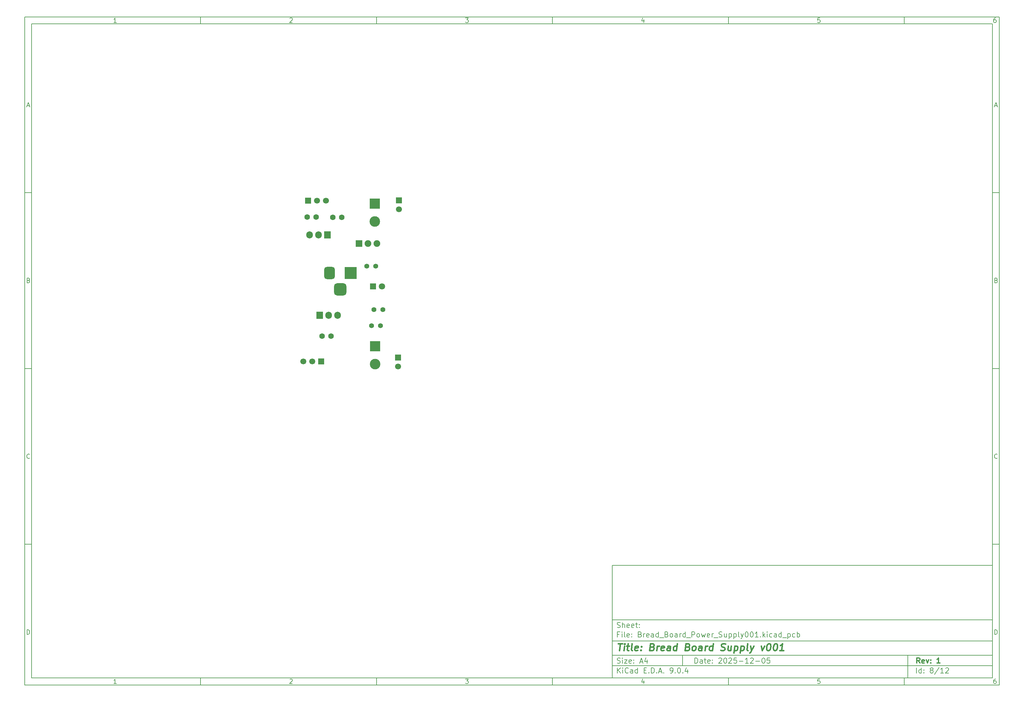
<source format=gbr>
%TF.GenerationSoftware,KiCad,Pcbnew,9.0.4*%
%TF.CreationDate,2025-12-05T21:51:26+03:30*%
%TF.ProjectId,Bread_Board_Power_Supply001,42726561-645f-4426-9f61-72645f506f77,1*%
%TF.SameCoordinates,Original*%
%TF.FileFunction,Soldermask,Bot*%
%TF.FilePolarity,Negative*%
%FSLAX46Y46*%
G04 Gerber Fmt 4.6, Leading zero omitted, Abs format (unit mm)*
G04 Created by KiCad (PCBNEW 9.0.4) date 2025-12-05 21:51:26*
%MOMM*%
%LPD*%
G01*
G04 APERTURE LIST*
G04 Aperture macros list*
%AMRoundRect*
0 Rectangle with rounded corners*
0 $1 Rounding radius*
0 $2 $3 $4 $5 $6 $7 $8 $9 X,Y pos of 4 corners*
0 Add a 4 corners polygon primitive as box body*
4,1,4,$2,$3,$4,$5,$6,$7,$8,$9,$2,$3,0*
0 Add four circle primitives for the rounded corners*
1,1,$1+$1,$2,$3*
1,1,$1+$1,$4,$5*
1,1,$1+$1,$6,$7*
1,1,$1+$1,$8,$9*
0 Add four rect primitives between the rounded corners*
20,1,$1+$1,$2,$3,$4,$5,0*
20,1,$1+$1,$4,$5,$6,$7,0*
20,1,$1+$1,$6,$7,$8,$9,0*
20,1,$1+$1,$8,$9,$2,$3,0*%
G04 Aperture macros list end*
%ADD10C,0.100000*%
%ADD11C,0.150000*%
%ADD12C,0.300000*%
%ADD13C,0.400000*%
%ADD14C,1.400000*%
%ADD15R,1.700000X1.700000*%
%ADD16C,1.700000*%
%ADD17R,3.000000X3.000000*%
%ADD18C,3.000000*%
%ADD19R,1.905000X2.000000*%
%ADD20O,1.905000X2.000000*%
%ADD21R,3.500000X3.500000*%
%ADD22RoundRect,0.750000X-0.750000X-1.000000X0.750000X-1.000000X0.750000X1.000000X-0.750000X1.000000X0*%
%ADD23RoundRect,0.875000X-0.875000X-0.875000X0.875000X-0.875000X0.875000X0.875000X-0.875000X0.875000X0*%
%ADD24C,1.600000*%
%ADD25R,1.900000X1.900000*%
%ADD26C,1.900000*%
%ADD27R,1.800000X1.800000*%
%ADD28C,1.800000*%
G04 APERTURE END LIST*
D10*
D11*
X177002200Y-166007200D02*
X285002200Y-166007200D01*
X285002200Y-198007200D01*
X177002200Y-198007200D01*
X177002200Y-166007200D01*
D10*
D11*
X10000000Y-10000000D02*
X287002200Y-10000000D01*
X287002200Y-200007200D01*
X10000000Y-200007200D01*
X10000000Y-10000000D01*
D10*
D11*
X12000000Y-12000000D02*
X285002200Y-12000000D01*
X285002200Y-198007200D01*
X12000000Y-198007200D01*
X12000000Y-12000000D01*
D10*
D11*
X60000000Y-12000000D02*
X60000000Y-10000000D01*
D10*
D11*
X110000000Y-12000000D02*
X110000000Y-10000000D01*
D10*
D11*
X160000000Y-12000000D02*
X160000000Y-10000000D01*
D10*
D11*
X210000000Y-12000000D02*
X210000000Y-10000000D01*
D10*
D11*
X260000000Y-12000000D02*
X260000000Y-10000000D01*
D10*
D11*
X36089160Y-11593604D02*
X35346303Y-11593604D01*
X35717731Y-11593604D02*
X35717731Y-10293604D01*
X35717731Y-10293604D02*
X35593922Y-10479319D01*
X35593922Y-10479319D02*
X35470112Y-10603128D01*
X35470112Y-10603128D02*
X35346303Y-10665033D01*
D10*
D11*
X85346303Y-10417414D02*
X85408207Y-10355509D01*
X85408207Y-10355509D02*
X85532017Y-10293604D01*
X85532017Y-10293604D02*
X85841541Y-10293604D01*
X85841541Y-10293604D02*
X85965350Y-10355509D01*
X85965350Y-10355509D02*
X86027255Y-10417414D01*
X86027255Y-10417414D02*
X86089160Y-10541223D01*
X86089160Y-10541223D02*
X86089160Y-10665033D01*
X86089160Y-10665033D02*
X86027255Y-10850747D01*
X86027255Y-10850747D02*
X85284398Y-11593604D01*
X85284398Y-11593604D02*
X86089160Y-11593604D01*
D10*
D11*
X135284398Y-10293604D02*
X136089160Y-10293604D01*
X136089160Y-10293604D02*
X135655826Y-10788842D01*
X135655826Y-10788842D02*
X135841541Y-10788842D01*
X135841541Y-10788842D02*
X135965350Y-10850747D01*
X135965350Y-10850747D02*
X136027255Y-10912652D01*
X136027255Y-10912652D02*
X136089160Y-11036461D01*
X136089160Y-11036461D02*
X136089160Y-11345985D01*
X136089160Y-11345985D02*
X136027255Y-11469795D01*
X136027255Y-11469795D02*
X135965350Y-11531700D01*
X135965350Y-11531700D02*
X135841541Y-11593604D01*
X135841541Y-11593604D02*
X135470112Y-11593604D01*
X135470112Y-11593604D02*
X135346303Y-11531700D01*
X135346303Y-11531700D02*
X135284398Y-11469795D01*
D10*
D11*
X185965350Y-10726938D02*
X185965350Y-11593604D01*
X185655826Y-10231700D02*
X185346303Y-11160271D01*
X185346303Y-11160271D02*
X186151064Y-11160271D01*
D10*
D11*
X236027255Y-10293604D02*
X235408207Y-10293604D01*
X235408207Y-10293604D02*
X235346303Y-10912652D01*
X235346303Y-10912652D02*
X235408207Y-10850747D01*
X235408207Y-10850747D02*
X235532017Y-10788842D01*
X235532017Y-10788842D02*
X235841541Y-10788842D01*
X235841541Y-10788842D02*
X235965350Y-10850747D01*
X235965350Y-10850747D02*
X236027255Y-10912652D01*
X236027255Y-10912652D02*
X236089160Y-11036461D01*
X236089160Y-11036461D02*
X236089160Y-11345985D01*
X236089160Y-11345985D02*
X236027255Y-11469795D01*
X236027255Y-11469795D02*
X235965350Y-11531700D01*
X235965350Y-11531700D02*
X235841541Y-11593604D01*
X235841541Y-11593604D02*
X235532017Y-11593604D01*
X235532017Y-11593604D02*
X235408207Y-11531700D01*
X235408207Y-11531700D02*
X235346303Y-11469795D01*
D10*
D11*
X285965350Y-10293604D02*
X285717731Y-10293604D01*
X285717731Y-10293604D02*
X285593922Y-10355509D01*
X285593922Y-10355509D02*
X285532017Y-10417414D01*
X285532017Y-10417414D02*
X285408207Y-10603128D01*
X285408207Y-10603128D02*
X285346303Y-10850747D01*
X285346303Y-10850747D02*
X285346303Y-11345985D01*
X285346303Y-11345985D02*
X285408207Y-11469795D01*
X285408207Y-11469795D02*
X285470112Y-11531700D01*
X285470112Y-11531700D02*
X285593922Y-11593604D01*
X285593922Y-11593604D02*
X285841541Y-11593604D01*
X285841541Y-11593604D02*
X285965350Y-11531700D01*
X285965350Y-11531700D02*
X286027255Y-11469795D01*
X286027255Y-11469795D02*
X286089160Y-11345985D01*
X286089160Y-11345985D02*
X286089160Y-11036461D01*
X286089160Y-11036461D02*
X286027255Y-10912652D01*
X286027255Y-10912652D02*
X285965350Y-10850747D01*
X285965350Y-10850747D02*
X285841541Y-10788842D01*
X285841541Y-10788842D02*
X285593922Y-10788842D01*
X285593922Y-10788842D02*
X285470112Y-10850747D01*
X285470112Y-10850747D02*
X285408207Y-10912652D01*
X285408207Y-10912652D02*
X285346303Y-11036461D01*
D10*
D11*
X60000000Y-198007200D02*
X60000000Y-200007200D01*
D10*
D11*
X110000000Y-198007200D02*
X110000000Y-200007200D01*
D10*
D11*
X160000000Y-198007200D02*
X160000000Y-200007200D01*
D10*
D11*
X210000000Y-198007200D02*
X210000000Y-200007200D01*
D10*
D11*
X260000000Y-198007200D02*
X260000000Y-200007200D01*
D10*
D11*
X36089160Y-199600804D02*
X35346303Y-199600804D01*
X35717731Y-199600804D02*
X35717731Y-198300804D01*
X35717731Y-198300804D02*
X35593922Y-198486519D01*
X35593922Y-198486519D02*
X35470112Y-198610328D01*
X35470112Y-198610328D02*
X35346303Y-198672233D01*
D10*
D11*
X85346303Y-198424614D02*
X85408207Y-198362709D01*
X85408207Y-198362709D02*
X85532017Y-198300804D01*
X85532017Y-198300804D02*
X85841541Y-198300804D01*
X85841541Y-198300804D02*
X85965350Y-198362709D01*
X85965350Y-198362709D02*
X86027255Y-198424614D01*
X86027255Y-198424614D02*
X86089160Y-198548423D01*
X86089160Y-198548423D02*
X86089160Y-198672233D01*
X86089160Y-198672233D02*
X86027255Y-198857947D01*
X86027255Y-198857947D02*
X85284398Y-199600804D01*
X85284398Y-199600804D02*
X86089160Y-199600804D01*
D10*
D11*
X135284398Y-198300804D02*
X136089160Y-198300804D01*
X136089160Y-198300804D02*
X135655826Y-198796042D01*
X135655826Y-198796042D02*
X135841541Y-198796042D01*
X135841541Y-198796042D02*
X135965350Y-198857947D01*
X135965350Y-198857947D02*
X136027255Y-198919852D01*
X136027255Y-198919852D02*
X136089160Y-199043661D01*
X136089160Y-199043661D02*
X136089160Y-199353185D01*
X136089160Y-199353185D02*
X136027255Y-199476995D01*
X136027255Y-199476995D02*
X135965350Y-199538900D01*
X135965350Y-199538900D02*
X135841541Y-199600804D01*
X135841541Y-199600804D02*
X135470112Y-199600804D01*
X135470112Y-199600804D02*
X135346303Y-199538900D01*
X135346303Y-199538900D02*
X135284398Y-199476995D01*
D10*
D11*
X185965350Y-198734138D02*
X185965350Y-199600804D01*
X185655826Y-198238900D02*
X185346303Y-199167471D01*
X185346303Y-199167471D02*
X186151064Y-199167471D01*
D10*
D11*
X236027255Y-198300804D02*
X235408207Y-198300804D01*
X235408207Y-198300804D02*
X235346303Y-198919852D01*
X235346303Y-198919852D02*
X235408207Y-198857947D01*
X235408207Y-198857947D02*
X235532017Y-198796042D01*
X235532017Y-198796042D02*
X235841541Y-198796042D01*
X235841541Y-198796042D02*
X235965350Y-198857947D01*
X235965350Y-198857947D02*
X236027255Y-198919852D01*
X236027255Y-198919852D02*
X236089160Y-199043661D01*
X236089160Y-199043661D02*
X236089160Y-199353185D01*
X236089160Y-199353185D02*
X236027255Y-199476995D01*
X236027255Y-199476995D02*
X235965350Y-199538900D01*
X235965350Y-199538900D02*
X235841541Y-199600804D01*
X235841541Y-199600804D02*
X235532017Y-199600804D01*
X235532017Y-199600804D02*
X235408207Y-199538900D01*
X235408207Y-199538900D02*
X235346303Y-199476995D01*
D10*
D11*
X285965350Y-198300804D02*
X285717731Y-198300804D01*
X285717731Y-198300804D02*
X285593922Y-198362709D01*
X285593922Y-198362709D02*
X285532017Y-198424614D01*
X285532017Y-198424614D02*
X285408207Y-198610328D01*
X285408207Y-198610328D02*
X285346303Y-198857947D01*
X285346303Y-198857947D02*
X285346303Y-199353185D01*
X285346303Y-199353185D02*
X285408207Y-199476995D01*
X285408207Y-199476995D02*
X285470112Y-199538900D01*
X285470112Y-199538900D02*
X285593922Y-199600804D01*
X285593922Y-199600804D02*
X285841541Y-199600804D01*
X285841541Y-199600804D02*
X285965350Y-199538900D01*
X285965350Y-199538900D02*
X286027255Y-199476995D01*
X286027255Y-199476995D02*
X286089160Y-199353185D01*
X286089160Y-199353185D02*
X286089160Y-199043661D01*
X286089160Y-199043661D02*
X286027255Y-198919852D01*
X286027255Y-198919852D02*
X285965350Y-198857947D01*
X285965350Y-198857947D02*
X285841541Y-198796042D01*
X285841541Y-198796042D02*
X285593922Y-198796042D01*
X285593922Y-198796042D02*
X285470112Y-198857947D01*
X285470112Y-198857947D02*
X285408207Y-198919852D01*
X285408207Y-198919852D02*
X285346303Y-199043661D01*
D10*
D11*
X10000000Y-60000000D02*
X12000000Y-60000000D01*
D10*
D11*
X10000000Y-110000000D02*
X12000000Y-110000000D01*
D10*
D11*
X10000000Y-160000000D02*
X12000000Y-160000000D01*
D10*
D11*
X10690476Y-35222176D02*
X11309523Y-35222176D01*
X10566666Y-35593604D02*
X10999999Y-34293604D01*
X10999999Y-34293604D02*
X11433333Y-35593604D01*
D10*
D11*
X11092857Y-84912652D02*
X11278571Y-84974557D01*
X11278571Y-84974557D02*
X11340476Y-85036461D01*
X11340476Y-85036461D02*
X11402380Y-85160271D01*
X11402380Y-85160271D02*
X11402380Y-85345985D01*
X11402380Y-85345985D02*
X11340476Y-85469795D01*
X11340476Y-85469795D02*
X11278571Y-85531700D01*
X11278571Y-85531700D02*
X11154761Y-85593604D01*
X11154761Y-85593604D02*
X10659523Y-85593604D01*
X10659523Y-85593604D02*
X10659523Y-84293604D01*
X10659523Y-84293604D02*
X11092857Y-84293604D01*
X11092857Y-84293604D02*
X11216666Y-84355509D01*
X11216666Y-84355509D02*
X11278571Y-84417414D01*
X11278571Y-84417414D02*
X11340476Y-84541223D01*
X11340476Y-84541223D02*
X11340476Y-84665033D01*
X11340476Y-84665033D02*
X11278571Y-84788842D01*
X11278571Y-84788842D02*
X11216666Y-84850747D01*
X11216666Y-84850747D02*
X11092857Y-84912652D01*
X11092857Y-84912652D02*
X10659523Y-84912652D01*
D10*
D11*
X11402380Y-135469795D02*
X11340476Y-135531700D01*
X11340476Y-135531700D02*
X11154761Y-135593604D01*
X11154761Y-135593604D02*
X11030952Y-135593604D01*
X11030952Y-135593604D02*
X10845238Y-135531700D01*
X10845238Y-135531700D02*
X10721428Y-135407890D01*
X10721428Y-135407890D02*
X10659523Y-135284080D01*
X10659523Y-135284080D02*
X10597619Y-135036461D01*
X10597619Y-135036461D02*
X10597619Y-134850747D01*
X10597619Y-134850747D02*
X10659523Y-134603128D01*
X10659523Y-134603128D02*
X10721428Y-134479319D01*
X10721428Y-134479319D02*
X10845238Y-134355509D01*
X10845238Y-134355509D02*
X11030952Y-134293604D01*
X11030952Y-134293604D02*
X11154761Y-134293604D01*
X11154761Y-134293604D02*
X11340476Y-134355509D01*
X11340476Y-134355509D02*
X11402380Y-134417414D01*
D10*
D11*
X10659523Y-185593604D02*
X10659523Y-184293604D01*
X10659523Y-184293604D02*
X10969047Y-184293604D01*
X10969047Y-184293604D02*
X11154761Y-184355509D01*
X11154761Y-184355509D02*
X11278571Y-184479319D01*
X11278571Y-184479319D02*
X11340476Y-184603128D01*
X11340476Y-184603128D02*
X11402380Y-184850747D01*
X11402380Y-184850747D02*
X11402380Y-185036461D01*
X11402380Y-185036461D02*
X11340476Y-185284080D01*
X11340476Y-185284080D02*
X11278571Y-185407890D01*
X11278571Y-185407890D02*
X11154761Y-185531700D01*
X11154761Y-185531700D02*
X10969047Y-185593604D01*
X10969047Y-185593604D02*
X10659523Y-185593604D01*
D10*
D11*
X287002200Y-60000000D02*
X285002200Y-60000000D01*
D10*
D11*
X287002200Y-110000000D02*
X285002200Y-110000000D01*
D10*
D11*
X287002200Y-160000000D02*
X285002200Y-160000000D01*
D10*
D11*
X285692676Y-35222176D02*
X286311723Y-35222176D01*
X285568866Y-35593604D02*
X286002199Y-34293604D01*
X286002199Y-34293604D02*
X286435533Y-35593604D01*
D10*
D11*
X286095057Y-84912652D02*
X286280771Y-84974557D01*
X286280771Y-84974557D02*
X286342676Y-85036461D01*
X286342676Y-85036461D02*
X286404580Y-85160271D01*
X286404580Y-85160271D02*
X286404580Y-85345985D01*
X286404580Y-85345985D02*
X286342676Y-85469795D01*
X286342676Y-85469795D02*
X286280771Y-85531700D01*
X286280771Y-85531700D02*
X286156961Y-85593604D01*
X286156961Y-85593604D02*
X285661723Y-85593604D01*
X285661723Y-85593604D02*
X285661723Y-84293604D01*
X285661723Y-84293604D02*
X286095057Y-84293604D01*
X286095057Y-84293604D02*
X286218866Y-84355509D01*
X286218866Y-84355509D02*
X286280771Y-84417414D01*
X286280771Y-84417414D02*
X286342676Y-84541223D01*
X286342676Y-84541223D02*
X286342676Y-84665033D01*
X286342676Y-84665033D02*
X286280771Y-84788842D01*
X286280771Y-84788842D02*
X286218866Y-84850747D01*
X286218866Y-84850747D02*
X286095057Y-84912652D01*
X286095057Y-84912652D02*
X285661723Y-84912652D01*
D10*
D11*
X286404580Y-135469795D02*
X286342676Y-135531700D01*
X286342676Y-135531700D02*
X286156961Y-135593604D01*
X286156961Y-135593604D02*
X286033152Y-135593604D01*
X286033152Y-135593604D02*
X285847438Y-135531700D01*
X285847438Y-135531700D02*
X285723628Y-135407890D01*
X285723628Y-135407890D02*
X285661723Y-135284080D01*
X285661723Y-135284080D02*
X285599819Y-135036461D01*
X285599819Y-135036461D02*
X285599819Y-134850747D01*
X285599819Y-134850747D02*
X285661723Y-134603128D01*
X285661723Y-134603128D02*
X285723628Y-134479319D01*
X285723628Y-134479319D02*
X285847438Y-134355509D01*
X285847438Y-134355509D02*
X286033152Y-134293604D01*
X286033152Y-134293604D02*
X286156961Y-134293604D01*
X286156961Y-134293604D02*
X286342676Y-134355509D01*
X286342676Y-134355509D02*
X286404580Y-134417414D01*
D10*
D11*
X285661723Y-185593604D02*
X285661723Y-184293604D01*
X285661723Y-184293604D02*
X285971247Y-184293604D01*
X285971247Y-184293604D02*
X286156961Y-184355509D01*
X286156961Y-184355509D02*
X286280771Y-184479319D01*
X286280771Y-184479319D02*
X286342676Y-184603128D01*
X286342676Y-184603128D02*
X286404580Y-184850747D01*
X286404580Y-184850747D02*
X286404580Y-185036461D01*
X286404580Y-185036461D02*
X286342676Y-185284080D01*
X286342676Y-185284080D02*
X286280771Y-185407890D01*
X286280771Y-185407890D02*
X286156961Y-185531700D01*
X286156961Y-185531700D02*
X285971247Y-185593604D01*
X285971247Y-185593604D02*
X285661723Y-185593604D01*
D10*
D11*
X200458026Y-193793328D02*
X200458026Y-192293328D01*
X200458026Y-192293328D02*
X200815169Y-192293328D01*
X200815169Y-192293328D02*
X201029455Y-192364757D01*
X201029455Y-192364757D02*
X201172312Y-192507614D01*
X201172312Y-192507614D02*
X201243741Y-192650471D01*
X201243741Y-192650471D02*
X201315169Y-192936185D01*
X201315169Y-192936185D02*
X201315169Y-193150471D01*
X201315169Y-193150471D02*
X201243741Y-193436185D01*
X201243741Y-193436185D02*
X201172312Y-193579042D01*
X201172312Y-193579042D02*
X201029455Y-193721900D01*
X201029455Y-193721900D02*
X200815169Y-193793328D01*
X200815169Y-193793328D02*
X200458026Y-193793328D01*
X202600884Y-193793328D02*
X202600884Y-193007614D01*
X202600884Y-193007614D02*
X202529455Y-192864757D01*
X202529455Y-192864757D02*
X202386598Y-192793328D01*
X202386598Y-192793328D02*
X202100884Y-192793328D01*
X202100884Y-192793328D02*
X201958026Y-192864757D01*
X202600884Y-193721900D02*
X202458026Y-193793328D01*
X202458026Y-193793328D02*
X202100884Y-193793328D01*
X202100884Y-193793328D02*
X201958026Y-193721900D01*
X201958026Y-193721900D02*
X201886598Y-193579042D01*
X201886598Y-193579042D02*
X201886598Y-193436185D01*
X201886598Y-193436185D02*
X201958026Y-193293328D01*
X201958026Y-193293328D02*
X202100884Y-193221900D01*
X202100884Y-193221900D02*
X202458026Y-193221900D01*
X202458026Y-193221900D02*
X202600884Y-193150471D01*
X203100884Y-192793328D02*
X203672312Y-192793328D01*
X203315169Y-192293328D02*
X203315169Y-193579042D01*
X203315169Y-193579042D02*
X203386598Y-193721900D01*
X203386598Y-193721900D02*
X203529455Y-193793328D01*
X203529455Y-193793328D02*
X203672312Y-193793328D01*
X204743741Y-193721900D02*
X204600884Y-193793328D01*
X204600884Y-193793328D02*
X204315170Y-193793328D01*
X204315170Y-193793328D02*
X204172312Y-193721900D01*
X204172312Y-193721900D02*
X204100884Y-193579042D01*
X204100884Y-193579042D02*
X204100884Y-193007614D01*
X204100884Y-193007614D02*
X204172312Y-192864757D01*
X204172312Y-192864757D02*
X204315170Y-192793328D01*
X204315170Y-192793328D02*
X204600884Y-192793328D01*
X204600884Y-192793328D02*
X204743741Y-192864757D01*
X204743741Y-192864757D02*
X204815170Y-193007614D01*
X204815170Y-193007614D02*
X204815170Y-193150471D01*
X204815170Y-193150471D02*
X204100884Y-193293328D01*
X205458026Y-193650471D02*
X205529455Y-193721900D01*
X205529455Y-193721900D02*
X205458026Y-193793328D01*
X205458026Y-193793328D02*
X205386598Y-193721900D01*
X205386598Y-193721900D02*
X205458026Y-193650471D01*
X205458026Y-193650471D02*
X205458026Y-193793328D01*
X205458026Y-192864757D02*
X205529455Y-192936185D01*
X205529455Y-192936185D02*
X205458026Y-193007614D01*
X205458026Y-193007614D02*
X205386598Y-192936185D01*
X205386598Y-192936185D02*
X205458026Y-192864757D01*
X205458026Y-192864757D02*
X205458026Y-193007614D01*
X207243741Y-192436185D02*
X207315169Y-192364757D01*
X207315169Y-192364757D02*
X207458027Y-192293328D01*
X207458027Y-192293328D02*
X207815169Y-192293328D01*
X207815169Y-192293328D02*
X207958027Y-192364757D01*
X207958027Y-192364757D02*
X208029455Y-192436185D01*
X208029455Y-192436185D02*
X208100884Y-192579042D01*
X208100884Y-192579042D02*
X208100884Y-192721900D01*
X208100884Y-192721900D02*
X208029455Y-192936185D01*
X208029455Y-192936185D02*
X207172312Y-193793328D01*
X207172312Y-193793328D02*
X208100884Y-193793328D01*
X209029455Y-192293328D02*
X209172312Y-192293328D01*
X209172312Y-192293328D02*
X209315169Y-192364757D01*
X209315169Y-192364757D02*
X209386598Y-192436185D01*
X209386598Y-192436185D02*
X209458026Y-192579042D01*
X209458026Y-192579042D02*
X209529455Y-192864757D01*
X209529455Y-192864757D02*
X209529455Y-193221900D01*
X209529455Y-193221900D02*
X209458026Y-193507614D01*
X209458026Y-193507614D02*
X209386598Y-193650471D01*
X209386598Y-193650471D02*
X209315169Y-193721900D01*
X209315169Y-193721900D02*
X209172312Y-193793328D01*
X209172312Y-193793328D02*
X209029455Y-193793328D01*
X209029455Y-193793328D02*
X208886598Y-193721900D01*
X208886598Y-193721900D02*
X208815169Y-193650471D01*
X208815169Y-193650471D02*
X208743740Y-193507614D01*
X208743740Y-193507614D02*
X208672312Y-193221900D01*
X208672312Y-193221900D02*
X208672312Y-192864757D01*
X208672312Y-192864757D02*
X208743740Y-192579042D01*
X208743740Y-192579042D02*
X208815169Y-192436185D01*
X208815169Y-192436185D02*
X208886598Y-192364757D01*
X208886598Y-192364757D02*
X209029455Y-192293328D01*
X210100883Y-192436185D02*
X210172311Y-192364757D01*
X210172311Y-192364757D02*
X210315169Y-192293328D01*
X210315169Y-192293328D02*
X210672311Y-192293328D01*
X210672311Y-192293328D02*
X210815169Y-192364757D01*
X210815169Y-192364757D02*
X210886597Y-192436185D01*
X210886597Y-192436185D02*
X210958026Y-192579042D01*
X210958026Y-192579042D02*
X210958026Y-192721900D01*
X210958026Y-192721900D02*
X210886597Y-192936185D01*
X210886597Y-192936185D02*
X210029454Y-193793328D01*
X210029454Y-193793328D02*
X210958026Y-193793328D01*
X212315168Y-192293328D02*
X211600882Y-192293328D01*
X211600882Y-192293328D02*
X211529454Y-193007614D01*
X211529454Y-193007614D02*
X211600882Y-192936185D01*
X211600882Y-192936185D02*
X211743740Y-192864757D01*
X211743740Y-192864757D02*
X212100882Y-192864757D01*
X212100882Y-192864757D02*
X212243740Y-192936185D01*
X212243740Y-192936185D02*
X212315168Y-193007614D01*
X212315168Y-193007614D02*
X212386597Y-193150471D01*
X212386597Y-193150471D02*
X212386597Y-193507614D01*
X212386597Y-193507614D02*
X212315168Y-193650471D01*
X212315168Y-193650471D02*
X212243740Y-193721900D01*
X212243740Y-193721900D02*
X212100882Y-193793328D01*
X212100882Y-193793328D02*
X211743740Y-193793328D01*
X211743740Y-193793328D02*
X211600882Y-193721900D01*
X211600882Y-193721900D02*
X211529454Y-193650471D01*
X213029453Y-193221900D02*
X214172311Y-193221900D01*
X215672311Y-193793328D02*
X214815168Y-193793328D01*
X215243739Y-193793328D02*
X215243739Y-192293328D01*
X215243739Y-192293328D02*
X215100882Y-192507614D01*
X215100882Y-192507614D02*
X214958025Y-192650471D01*
X214958025Y-192650471D02*
X214815168Y-192721900D01*
X216243739Y-192436185D02*
X216315167Y-192364757D01*
X216315167Y-192364757D02*
X216458025Y-192293328D01*
X216458025Y-192293328D02*
X216815167Y-192293328D01*
X216815167Y-192293328D02*
X216958025Y-192364757D01*
X216958025Y-192364757D02*
X217029453Y-192436185D01*
X217029453Y-192436185D02*
X217100882Y-192579042D01*
X217100882Y-192579042D02*
X217100882Y-192721900D01*
X217100882Y-192721900D02*
X217029453Y-192936185D01*
X217029453Y-192936185D02*
X216172310Y-193793328D01*
X216172310Y-193793328D02*
X217100882Y-193793328D01*
X217743738Y-193221900D02*
X218886596Y-193221900D01*
X219886596Y-192293328D02*
X220029453Y-192293328D01*
X220029453Y-192293328D02*
X220172310Y-192364757D01*
X220172310Y-192364757D02*
X220243739Y-192436185D01*
X220243739Y-192436185D02*
X220315167Y-192579042D01*
X220315167Y-192579042D02*
X220386596Y-192864757D01*
X220386596Y-192864757D02*
X220386596Y-193221900D01*
X220386596Y-193221900D02*
X220315167Y-193507614D01*
X220315167Y-193507614D02*
X220243739Y-193650471D01*
X220243739Y-193650471D02*
X220172310Y-193721900D01*
X220172310Y-193721900D02*
X220029453Y-193793328D01*
X220029453Y-193793328D02*
X219886596Y-193793328D01*
X219886596Y-193793328D02*
X219743739Y-193721900D01*
X219743739Y-193721900D02*
X219672310Y-193650471D01*
X219672310Y-193650471D02*
X219600881Y-193507614D01*
X219600881Y-193507614D02*
X219529453Y-193221900D01*
X219529453Y-193221900D02*
X219529453Y-192864757D01*
X219529453Y-192864757D02*
X219600881Y-192579042D01*
X219600881Y-192579042D02*
X219672310Y-192436185D01*
X219672310Y-192436185D02*
X219743739Y-192364757D01*
X219743739Y-192364757D02*
X219886596Y-192293328D01*
X221743738Y-192293328D02*
X221029452Y-192293328D01*
X221029452Y-192293328D02*
X220958024Y-193007614D01*
X220958024Y-193007614D02*
X221029452Y-192936185D01*
X221029452Y-192936185D02*
X221172310Y-192864757D01*
X221172310Y-192864757D02*
X221529452Y-192864757D01*
X221529452Y-192864757D02*
X221672310Y-192936185D01*
X221672310Y-192936185D02*
X221743738Y-193007614D01*
X221743738Y-193007614D02*
X221815167Y-193150471D01*
X221815167Y-193150471D02*
X221815167Y-193507614D01*
X221815167Y-193507614D02*
X221743738Y-193650471D01*
X221743738Y-193650471D02*
X221672310Y-193721900D01*
X221672310Y-193721900D02*
X221529452Y-193793328D01*
X221529452Y-193793328D02*
X221172310Y-193793328D01*
X221172310Y-193793328D02*
X221029452Y-193721900D01*
X221029452Y-193721900D02*
X220958024Y-193650471D01*
D10*
D11*
X177002200Y-194507200D02*
X285002200Y-194507200D01*
D10*
D11*
X178458026Y-196593328D02*
X178458026Y-195093328D01*
X179315169Y-196593328D02*
X178672312Y-195736185D01*
X179315169Y-195093328D02*
X178458026Y-195950471D01*
X179958026Y-196593328D02*
X179958026Y-195593328D01*
X179958026Y-195093328D02*
X179886598Y-195164757D01*
X179886598Y-195164757D02*
X179958026Y-195236185D01*
X179958026Y-195236185D02*
X180029455Y-195164757D01*
X180029455Y-195164757D02*
X179958026Y-195093328D01*
X179958026Y-195093328D02*
X179958026Y-195236185D01*
X181529455Y-196450471D02*
X181458027Y-196521900D01*
X181458027Y-196521900D02*
X181243741Y-196593328D01*
X181243741Y-196593328D02*
X181100884Y-196593328D01*
X181100884Y-196593328D02*
X180886598Y-196521900D01*
X180886598Y-196521900D02*
X180743741Y-196379042D01*
X180743741Y-196379042D02*
X180672312Y-196236185D01*
X180672312Y-196236185D02*
X180600884Y-195950471D01*
X180600884Y-195950471D02*
X180600884Y-195736185D01*
X180600884Y-195736185D02*
X180672312Y-195450471D01*
X180672312Y-195450471D02*
X180743741Y-195307614D01*
X180743741Y-195307614D02*
X180886598Y-195164757D01*
X180886598Y-195164757D02*
X181100884Y-195093328D01*
X181100884Y-195093328D02*
X181243741Y-195093328D01*
X181243741Y-195093328D02*
X181458027Y-195164757D01*
X181458027Y-195164757D02*
X181529455Y-195236185D01*
X182815170Y-196593328D02*
X182815170Y-195807614D01*
X182815170Y-195807614D02*
X182743741Y-195664757D01*
X182743741Y-195664757D02*
X182600884Y-195593328D01*
X182600884Y-195593328D02*
X182315170Y-195593328D01*
X182315170Y-195593328D02*
X182172312Y-195664757D01*
X182815170Y-196521900D02*
X182672312Y-196593328D01*
X182672312Y-196593328D02*
X182315170Y-196593328D01*
X182315170Y-196593328D02*
X182172312Y-196521900D01*
X182172312Y-196521900D02*
X182100884Y-196379042D01*
X182100884Y-196379042D02*
X182100884Y-196236185D01*
X182100884Y-196236185D02*
X182172312Y-196093328D01*
X182172312Y-196093328D02*
X182315170Y-196021900D01*
X182315170Y-196021900D02*
X182672312Y-196021900D01*
X182672312Y-196021900D02*
X182815170Y-195950471D01*
X184172313Y-196593328D02*
X184172313Y-195093328D01*
X184172313Y-196521900D02*
X184029455Y-196593328D01*
X184029455Y-196593328D02*
X183743741Y-196593328D01*
X183743741Y-196593328D02*
X183600884Y-196521900D01*
X183600884Y-196521900D02*
X183529455Y-196450471D01*
X183529455Y-196450471D02*
X183458027Y-196307614D01*
X183458027Y-196307614D02*
X183458027Y-195879042D01*
X183458027Y-195879042D02*
X183529455Y-195736185D01*
X183529455Y-195736185D02*
X183600884Y-195664757D01*
X183600884Y-195664757D02*
X183743741Y-195593328D01*
X183743741Y-195593328D02*
X184029455Y-195593328D01*
X184029455Y-195593328D02*
X184172313Y-195664757D01*
X186029455Y-195807614D02*
X186529455Y-195807614D01*
X186743741Y-196593328D02*
X186029455Y-196593328D01*
X186029455Y-196593328D02*
X186029455Y-195093328D01*
X186029455Y-195093328D02*
X186743741Y-195093328D01*
X187386598Y-196450471D02*
X187458027Y-196521900D01*
X187458027Y-196521900D02*
X187386598Y-196593328D01*
X187386598Y-196593328D02*
X187315170Y-196521900D01*
X187315170Y-196521900D02*
X187386598Y-196450471D01*
X187386598Y-196450471D02*
X187386598Y-196593328D01*
X188100884Y-196593328D02*
X188100884Y-195093328D01*
X188100884Y-195093328D02*
X188458027Y-195093328D01*
X188458027Y-195093328D02*
X188672313Y-195164757D01*
X188672313Y-195164757D02*
X188815170Y-195307614D01*
X188815170Y-195307614D02*
X188886599Y-195450471D01*
X188886599Y-195450471D02*
X188958027Y-195736185D01*
X188958027Y-195736185D02*
X188958027Y-195950471D01*
X188958027Y-195950471D02*
X188886599Y-196236185D01*
X188886599Y-196236185D02*
X188815170Y-196379042D01*
X188815170Y-196379042D02*
X188672313Y-196521900D01*
X188672313Y-196521900D02*
X188458027Y-196593328D01*
X188458027Y-196593328D02*
X188100884Y-196593328D01*
X189600884Y-196450471D02*
X189672313Y-196521900D01*
X189672313Y-196521900D02*
X189600884Y-196593328D01*
X189600884Y-196593328D02*
X189529456Y-196521900D01*
X189529456Y-196521900D02*
X189600884Y-196450471D01*
X189600884Y-196450471D02*
X189600884Y-196593328D01*
X190243742Y-196164757D02*
X190958028Y-196164757D01*
X190100885Y-196593328D02*
X190600885Y-195093328D01*
X190600885Y-195093328D02*
X191100885Y-196593328D01*
X191600884Y-196450471D02*
X191672313Y-196521900D01*
X191672313Y-196521900D02*
X191600884Y-196593328D01*
X191600884Y-196593328D02*
X191529456Y-196521900D01*
X191529456Y-196521900D02*
X191600884Y-196450471D01*
X191600884Y-196450471D02*
X191600884Y-196593328D01*
X193529456Y-196593328D02*
X193815170Y-196593328D01*
X193815170Y-196593328D02*
X193958027Y-196521900D01*
X193958027Y-196521900D02*
X194029456Y-196450471D01*
X194029456Y-196450471D02*
X194172313Y-196236185D01*
X194172313Y-196236185D02*
X194243742Y-195950471D01*
X194243742Y-195950471D02*
X194243742Y-195379042D01*
X194243742Y-195379042D02*
X194172313Y-195236185D01*
X194172313Y-195236185D02*
X194100885Y-195164757D01*
X194100885Y-195164757D02*
X193958027Y-195093328D01*
X193958027Y-195093328D02*
X193672313Y-195093328D01*
X193672313Y-195093328D02*
X193529456Y-195164757D01*
X193529456Y-195164757D02*
X193458027Y-195236185D01*
X193458027Y-195236185D02*
X193386599Y-195379042D01*
X193386599Y-195379042D02*
X193386599Y-195736185D01*
X193386599Y-195736185D02*
X193458027Y-195879042D01*
X193458027Y-195879042D02*
X193529456Y-195950471D01*
X193529456Y-195950471D02*
X193672313Y-196021900D01*
X193672313Y-196021900D02*
X193958027Y-196021900D01*
X193958027Y-196021900D02*
X194100885Y-195950471D01*
X194100885Y-195950471D02*
X194172313Y-195879042D01*
X194172313Y-195879042D02*
X194243742Y-195736185D01*
X194886598Y-196450471D02*
X194958027Y-196521900D01*
X194958027Y-196521900D02*
X194886598Y-196593328D01*
X194886598Y-196593328D02*
X194815170Y-196521900D01*
X194815170Y-196521900D02*
X194886598Y-196450471D01*
X194886598Y-196450471D02*
X194886598Y-196593328D01*
X195886599Y-195093328D02*
X196029456Y-195093328D01*
X196029456Y-195093328D02*
X196172313Y-195164757D01*
X196172313Y-195164757D02*
X196243742Y-195236185D01*
X196243742Y-195236185D02*
X196315170Y-195379042D01*
X196315170Y-195379042D02*
X196386599Y-195664757D01*
X196386599Y-195664757D02*
X196386599Y-196021900D01*
X196386599Y-196021900D02*
X196315170Y-196307614D01*
X196315170Y-196307614D02*
X196243742Y-196450471D01*
X196243742Y-196450471D02*
X196172313Y-196521900D01*
X196172313Y-196521900D02*
X196029456Y-196593328D01*
X196029456Y-196593328D02*
X195886599Y-196593328D01*
X195886599Y-196593328D02*
X195743742Y-196521900D01*
X195743742Y-196521900D02*
X195672313Y-196450471D01*
X195672313Y-196450471D02*
X195600884Y-196307614D01*
X195600884Y-196307614D02*
X195529456Y-196021900D01*
X195529456Y-196021900D02*
X195529456Y-195664757D01*
X195529456Y-195664757D02*
X195600884Y-195379042D01*
X195600884Y-195379042D02*
X195672313Y-195236185D01*
X195672313Y-195236185D02*
X195743742Y-195164757D01*
X195743742Y-195164757D02*
X195886599Y-195093328D01*
X197029455Y-196450471D02*
X197100884Y-196521900D01*
X197100884Y-196521900D02*
X197029455Y-196593328D01*
X197029455Y-196593328D02*
X196958027Y-196521900D01*
X196958027Y-196521900D02*
X197029455Y-196450471D01*
X197029455Y-196450471D02*
X197029455Y-196593328D01*
X198386599Y-195593328D02*
X198386599Y-196593328D01*
X198029456Y-195021900D02*
X197672313Y-196093328D01*
X197672313Y-196093328D02*
X198600884Y-196093328D01*
D10*
D11*
X177002200Y-191507200D02*
X285002200Y-191507200D01*
D10*
D12*
X264413853Y-193785528D02*
X263913853Y-193071242D01*
X263556710Y-193785528D02*
X263556710Y-192285528D01*
X263556710Y-192285528D02*
X264128139Y-192285528D01*
X264128139Y-192285528D02*
X264270996Y-192356957D01*
X264270996Y-192356957D02*
X264342425Y-192428385D01*
X264342425Y-192428385D02*
X264413853Y-192571242D01*
X264413853Y-192571242D02*
X264413853Y-192785528D01*
X264413853Y-192785528D02*
X264342425Y-192928385D01*
X264342425Y-192928385D02*
X264270996Y-192999814D01*
X264270996Y-192999814D02*
X264128139Y-193071242D01*
X264128139Y-193071242D02*
X263556710Y-193071242D01*
X265628139Y-193714100D02*
X265485282Y-193785528D01*
X265485282Y-193785528D02*
X265199568Y-193785528D01*
X265199568Y-193785528D02*
X265056710Y-193714100D01*
X265056710Y-193714100D02*
X264985282Y-193571242D01*
X264985282Y-193571242D02*
X264985282Y-192999814D01*
X264985282Y-192999814D02*
X265056710Y-192856957D01*
X265056710Y-192856957D02*
X265199568Y-192785528D01*
X265199568Y-192785528D02*
X265485282Y-192785528D01*
X265485282Y-192785528D02*
X265628139Y-192856957D01*
X265628139Y-192856957D02*
X265699568Y-192999814D01*
X265699568Y-192999814D02*
X265699568Y-193142671D01*
X265699568Y-193142671D02*
X264985282Y-193285528D01*
X266199567Y-192785528D02*
X266556710Y-193785528D01*
X266556710Y-193785528D02*
X266913853Y-192785528D01*
X267485281Y-193642671D02*
X267556710Y-193714100D01*
X267556710Y-193714100D02*
X267485281Y-193785528D01*
X267485281Y-193785528D02*
X267413853Y-193714100D01*
X267413853Y-193714100D02*
X267485281Y-193642671D01*
X267485281Y-193642671D02*
X267485281Y-193785528D01*
X267485281Y-192856957D02*
X267556710Y-192928385D01*
X267556710Y-192928385D02*
X267485281Y-192999814D01*
X267485281Y-192999814D02*
X267413853Y-192928385D01*
X267413853Y-192928385D02*
X267485281Y-192856957D01*
X267485281Y-192856957D02*
X267485281Y-192999814D01*
X270128139Y-193785528D02*
X269270996Y-193785528D01*
X269699567Y-193785528D02*
X269699567Y-192285528D01*
X269699567Y-192285528D02*
X269556710Y-192499814D01*
X269556710Y-192499814D02*
X269413853Y-192642671D01*
X269413853Y-192642671D02*
X269270996Y-192714100D01*
D10*
D11*
X178386598Y-193721900D02*
X178600884Y-193793328D01*
X178600884Y-193793328D02*
X178958026Y-193793328D01*
X178958026Y-193793328D02*
X179100884Y-193721900D01*
X179100884Y-193721900D02*
X179172312Y-193650471D01*
X179172312Y-193650471D02*
X179243741Y-193507614D01*
X179243741Y-193507614D02*
X179243741Y-193364757D01*
X179243741Y-193364757D02*
X179172312Y-193221900D01*
X179172312Y-193221900D02*
X179100884Y-193150471D01*
X179100884Y-193150471D02*
X178958026Y-193079042D01*
X178958026Y-193079042D02*
X178672312Y-193007614D01*
X178672312Y-193007614D02*
X178529455Y-192936185D01*
X178529455Y-192936185D02*
X178458026Y-192864757D01*
X178458026Y-192864757D02*
X178386598Y-192721900D01*
X178386598Y-192721900D02*
X178386598Y-192579042D01*
X178386598Y-192579042D02*
X178458026Y-192436185D01*
X178458026Y-192436185D02*
X178529455Y-192364757D01*
X178529455Y-192364757D02*
X178672312Y-192293328D01*
X178672312Y-192293328D02*
X179029455Y-192293328D01*
X179029455Y-192293328D02*
X179243741Y-192364757D01*
X179886597Y-193793328D02*
X179886597Y-192793328D01*
X179886597Y-192293328D02*
X179815169Y-192364757D01*
X179815169Y-192364757D02*
X179886597Y-192436185D01*
X179886597Y-192436185D02*
X179958026Y-192364757D01*
X179958026Y-192364757D02*
X179886597Y-192293328D01*
X179886597Y-192293328D02*
X179886597Y-192436185D01*
X180458026Y-192793328D02*
X181243741Y-192793328D01*
X181243741Y-192793328D02*
X180458026Y-193793328D01*
X180458026Y-193793328D02*
X181243741Y-193793328D01*
X182386598Y-193721900D02*
X182243741Y-193793328D01*
X182243741Y-193793328D02*
X181958027Y-193793328D01*
X181958027Y-193793328D02*
X181815169Y-193721900D01*
X181815169Y-193721900D02*
X181743741Y-193579042D01*
X181743741Y-193579042D02*
X181743741Y-193007614D01*
X181743741Y-193007614D02*
X181815169Y-192864757D01*
X181815169Y-192864757D02*
X181958027Y-192793328D01*
X181958027Y-192793328D02*
X182243741Y-192793328D01*
X182243741Y-192793328D02*
X182386598Y-192864757D01*
X182386598Y-192864757D02*
X182458027Y-193007614D01*
X182458027Y-193007614D02*
X182458027Y-193150471D01*
X182458027Y-193150471D02*
X181743741Y-193293328D01*
X183100883Y-193650471D02*
X183172312Y-193721900D01*
X183172312Y-193721900D02*
X183100883Y-193793328D01*
X183100883Y-193793328D02*
X183029455Y-193721900D01*
X183029455Y-193721900D02*
X183100883Y-193650471D01*
X183100883Y-193650471D02*
X183100883Y-193793328D01*
X183100883Y-192864757D02*
X183172312Y-192936185D01*
X183172312Y-192936185D02*
X183100883Y-193007614D01*
X183100883Y-193007614D02*
X183029455Y-192936185D01*
X183029455Y-192936185D02*
X183100883Y-192864757D01*
X183100883Y-192864757D02*
X183100883Y-193007614D01*
X184886598Y-193364757D02*
X185600884Y-193364757D01*
X184743741Y-193793328D02*
X185243741Y-192293328D01*
X185243741Y-192293328D02*
X185743741Y-193793328D01*
X186886598Y-192793328D02*
X186886598Y-193793328D01*
X186529455Y-192221900D02*
X186172312Y-193293328D01*
X186172312Y-193293328D02*
X187100883Y-193293328D01*
D10*
D11*
X263458026Y-196593328D02*
X263458026Y-195093328D01*
X264815170Y-196593328D02*
X264815170Y-195093328D01*
X264815170Y-196521900D02*
X264672312Y-196593328D01*
X264672312Y-196593328D02*
X264386598Y-196593328D01*
X264386598Y-196593328D02*
X264243741Y-196521900D01*
X264243741Y-196521900D02*
X264172312Y-196450471D01*
X264172312Y-196450471D02*
X264100884Y-196307614D01*
X264100884Y-196307614D02*
X264100884Y-195879042D01*
X264100884Y-195879042D02*
X264172312Y-195736185D01*
X264172312Y-195736185D02*
X264243741Y-195664757D01*
X264243741Y-195664757D02*
X264386598Y-195593328D01*
X264386598Y-195593328D02*
X264672312Y-195593328D01*
X264672312Y-195593328D02*
X264815170Y-195664757D01*
X265529455Y-196450471D02*
X265600884Y-196521900D01*
X265600884Y-196521900D02*
X265529455Y-196593328D01*
X265529455Y-196593328D02*
X265458027Y-196521900D01*
X265458027Y-196521900D02*
X265529455Y-196450471D01*
X265529455Y-196450471D02*
X265529455Y-196593328D01*
X265529455Y-195664757D02*
X265600884Y-195736185D01*
X265600884Y-195736185D02*
X265529455Y-195807614D01*
X265529455Y-195807614D02*
X265458027Y-195736185D01*
X265458027Y-195736185D02*
X265529455Y-195664757D01*
X265529455Y-195664757D02*
X265529455Y-195807614D01*
X267600884Y-195736185D02*
X267458027Y-195664757D01*
X267458027Y-195664757D02*
X267386598Y-195593328D01*
X267386598Y-195593328D02*
X267315170Y-195450471D01*
X267315170Y-195450471D02*
X267315170Y-195379042D01*
X267315170Y-195379042D02*
X267386598Y-195236185D01*
X267386598Y-195236185D02*
X267458027Y-195164757D01*
X267458027Y-195164757D02*
X267600884Y-195093328D01*
X267600884Y-195093328D02*
X267886598Y-195093328D01*
X267886598Y-195093328D02*
X268029456Y-195164757D01*
X268029456Y-195164757D02*
X268100884Y-195236185D01*
X268100884Y-195236185D02*
X268172313Y-195379042D01*
X268172313Y-195379042D02*
X268172313Y-195450471D01*
X268172313Y-195450471D02*
X268100884Y-195593328D01*
X268100884Y-195593328D02*
X268029456Y-195664757D01*
X268029456Y-195664757D02*
X267886598Y-195736185D01*
X267886598Y-195736185D02*
X267600884Y-195736185D01*
X267600884Y-195736185D02*
X267458027Y-195807614D01*
X267458027Y-195807614D02*
X267386598Y-195879042D01*
X267386598Y-195879042D02*
X267315170Y-196021900D01*
X267315170Y-196021900D02*
X267315170Y-196307614D01*
X267315170Y-196307614D02*
X267386598Y-196450471D01*
X267386598Y-196450471D02*
X267458027Y-196521900D01*
X267458027Y-196521900D02*
X267600884Y-196593328D01*
X267600884Y-196593328D02*
X267886598Y-196593328D01*
X267886598Y-196593328D02*
X268029456Y-196521900D01*
X268029456Y-196521900D02*
X268100884Y-196450471D01*
X268100884Y-196450471D02*
X268172313Y-196307614D01*
X268172313Y-196307614D02*
X268172313Y-196021900D01*
X268172313Y-196021900D02*
X268100884Y-195879042D01*
X268100884Y-195879042D02*
X268029456Y-195807614D01*
X268029456Y-195807614D02*
X267886598Y-195736185D01*
X269886598Y-195021900D02*
X268600884Y-196950471D01*
X271172313Y-196593328D02*
X270315170Y-196593328D01*
X270743741Y-196593328D02*
X270743741Y-195093328D01*
X270743741Y-195093328D02*
X270600884Y-195307614D01*
X270600884Y-195307614D02*
X270458027Y-195450471D01*
X270458027Y-195450471D02*
X270315170Y-195521900D01*
X271743741Y-195236185D02*
X271815169Y-195164757D01*
X271815169Y-195164757D02*
X271958027Y-195093328D01*
X271958027Y-195093328D02*
X272315169Y-195093328D01*
X272315169Y-195093328D02*
X272458027Y-195164757D01*
X272458027Y-195164757D02*
X272529455Y-195236185D01*
X272529455Y-195236185D02*
X272600884Y-195379042D01*
X272600884Y-195379042D02*
X272600884Y-195521900D01*
X272600884Y-195521900D02*
X272529455Y-195736185D01*
X272529455Y-195736185D02*
X271672312Y-196593328D01*
X271672312Y-196593328D02*
X272600884Y-196593328D01*
D10*
D11*
X177002200Y-187507200D02*
X285002200Y-187507200D01*
D10*
D13*
X178693928Y-188211638D02*
X179836785Y-188211638D01*
X179015357Y-190211638D02*
X179265357Y-188211638D01*
X180253452Y-190211638D02*
X180420119Y-188878304D01*
X180503452Y-188211638D02*
X180396309Y-188306876D01*
X180396309Y-188306876D02*
X180479643Y-188402114D01*
X180479643Y-188402114D02*
X180586786Y-188306876D01*
X180586786Y-188306876D02*
X180503452Y-188211638D01*
X180503452Y-188211638D02*
X180479643Y-188402114D01*
X181086786Y-188878304D02*
X181848690Y-188878304D01*
X181455833Y-188211638D02*
X181241548Y-189925923D01*
X181241548Y-189925923D02*
X181312976Y-190116400D01*
X181312976Y-190116400D02*
X181491548Y-190211638D01*
X181491548Y-190211638D02*
X181682024Y-190211638D01*
X182634405Y-190211638D02*
X182455833Y-190116400D01*
X182455833Y-190116400D02*
X182384405Y-189925923D01*
X182384405Y-189925923D02*
X182598690Y-188211638D01*
X184170119Y-190116400D02*
X183967738Y-190211638D01*
X183967738Y-190211638D02*
X183586785Y-190211638D01*
X183586785Y-190211638D02*
X183408214Y-190116400D01*
X183408214Y-190116400D02*
X183336785Y-189925923D01*
X183336785Y-189925923D02*
X183432024Y-189164019D01*
X183432024Y-189164019D02*
X183551071Y-188973542D01*
X183551071Y-188973542D02*
X183753452Y-188878304D01*
X183753452Y-188878304D02*
X184134404Y-188878304D01*
X184134404Y-188878304D02*
X184312976Y-188973542D01*
X184312976Y-188973542D02*
X184384404Y-189164019D01*
X184384404Y-189164019D02*
X184360595Y-189354495D01*
X184360595Y-189354495D02*
X183384404Y-189544971D01*
X185134405Y-190021161D02*
X185217738Y-190116400D01*
X185217738Y-190116400D02*
X185110595Y-190211638D01*
X185110595Y-190211638D02*
X185027262Y-190116400D01*
X185027262Y-190116400D02*
X185134405Y-190021161D01*
X185134405Y-190021161D02*
X185110595Y-190211638D01*
X185265357Y-188973542D02*
X185348690Y-189068780D01*
X185348690Y-189068780D02*
X185241548Y-189164019D01*
X185241548Y-189164019D02*
X185158214Y-189068780D01*
X185158214Y-189068780D02*
X185265357Y-188973542D01*
X185265357Y-188973542D02*
X185241548Y-189164019D01*
X188384405Y-189164019D02*
X188658215Y-189259257D01*
X188658215Y-189259257D02*
X188741548Y-189354495D01*
X188741548Y-189354495D02*
X188812977Y-189544971D01*
X188812977Y-189544971D02*
X188777262Y-189830685D01*
X188777262Y-189830685D02*
X188658215Y-190021161D01*
X188658215Y-190021161D02*
X188551072Y-190116400D01*
X188551072Y-190116400D02*
X188348691Y-190211638D01*
X188348691Y-190211638D02*
X187586786Y-190211638D01*
X187586786Y-190211638D02*
X187836786Y-188211638D01*
X187836786Y-188211638D02*
X188503453Y-188211638D01*
X188503453Y-188211638D02*
X188682024Y-188306876D01*
X188682024Y-188306876D02*
X188765358Y-188402114D01*
X188765358Y-188402114D02*
X188836786Y-188592590D01*
X188836786Y-188592590D02*
X188812977Y-188783066D01*
X188812977Y-188783066D02*
X188693929Y-188973542D01*
X188693929Y-188973542D02*
X188586786Y-189068780D01*
X188586786Y-189068780D02*
X188384405Y-189164019D01*
X188384405Y-189164019D02*
X187717739Y-189164019D01*
X189586786Y-190211638D02*
X189753453Y-188878304D01*
X189705834Y-189259257D02*
X189824881Y-189068780D01*
X189824881Y-189068780D02*
X189932024Y-188973542D01*
X189932024Y-188973542D02*
X190134405Y-188878304D01*
X190134405Y-188878304D02*
X190324881Y-188878304D01*
X191598691Y-190116400D02*
X191396310Y-190211638D01*
X191396310Y-190211638D02*
X191015357Y-190211638D01*
X191015357Y-190211638D02*
X190836786Y-190116400D01*
X190836786Y-190116400D02*
X190765357Y-189925923D01*
X190765357Y-189925923D02*
X190860596Y-189164019D01*
X190860596Y-189164019D02*
X190979643Y-188973542D01*
X190979643Y-188973542D02*
X191182024Y-188878304D01*
X191182024Y-188878304D02*
X191562976Y-188878304D01*
X191562976Y-188878304D02*
X191741548Y-188973542D01*
X191741548Y-188973542D02*
X191812976Y-189164019D01*
X191812976Y-189164019D02*
X191789167Y-189354495D01*
X191789167Y-189354495D02*
X190812976Y-189544971D01*
X193396310Y-190211638D02*
X193527262Y-189164019D01*
X193527262Y-189164019D02*
X193455834Y-188973542D01*
X193455834Y-188973542D02*
X193277262Y-188878304D01*
X193277262Y-188878304D02*
X192896310Y-188878304D01*
X192896310Y-188878304D02*
X192693929Y-188973542D01*
X193408215Y-190116400D02*
X193205834Y-190211638D01*
X193205834Y-190211638D02*
X192729643Y-190211638D01*
X192729643Y-190211638D02*
X192551072Y-190116400D01*
X192551072Y-190116400D02*
X192479643Y-189925923D01*
X192479643Y-189925923D02*
X192503453Y-189735447D01*
X192503453Y-189735447D02*
X192622501Y-189544971D01*
X192622501Y-189544971D02*
X192824882Y-189449733D01*
X192824882Y-189449733D02*
X193301072Y-189449733D01*
X193301072Y-189449733D02*
X193503453Y-189354495D01*
X195205834Y-190211638D02*
X195455834Y-188211638D01*
X195217739Y-190116400D02*
X195015358Y-190211638D01*
X195015358Y-190211638D02*
X194634406Y-190211638D01*
X194634406Y-190211638D02*
X194455834Y-190116400D01*
X194455834Y-190116400D02*
X194372501Y-190021161D01*
X194372501Y-190021161D02*
X194301072Y-189830685D01*
X194301072Y-189830685D02*
X194372501Y-189259257D01*
X194372501Y-189259257D02*
X194491548Y-189068780D01*
X194491548Y-189068780D02*
X194598691Y-188973542D01*
X194598691Y-188973542D02*
X194801072Y-188878304D01*
X194801072Y-188878304D02*
X195182025Y-188878304D01*
X195182025Y-188878304D02*
X195360596Y-188973542D01*
X198479644Y-189164019D02*
X198753454Y-189259257D01*
X198753454Y-189259257D02*
X198836787Y-189354495D01*
X198836787Y-189354495D02*
X198908216Y-189544971D01*
X198908216Y-189544971D02*
X198872501Y-189830685D01*
X198872501Y-189830685D02*
X198753454Y-190021161D01*
X198753454Y-190021161D02*
X198646311Y-190116400D01*
X198646311Y-190116400D02*
X198443930Y-190211638D01*
X198443930Y-190211638D02*
X197682025Y-190211638D01*
X197682025Y-190211638D02*
X197932025Y-188211638D01*
X197932025Y-188211638D02*
X198598692Y-188211638D01*
X198598692Y-188211638D02*
X198777263Y-188306876D01*
X198777263Y-188306876D02*
X198860597Y-188402114D01*
X198860597Y-188402114D02*
X198932025Y-188592590D01*
X198932025Y-188592590D02*
X198908216Y-188783066D01*
X198908216Y-188783066D02*
X198789168Y-188973542D01*
X198789168Y-188973542D02*
X198682025Y-189068780D01*
X198682025Y-189068780D02*
X198479644Y-189164019D01*
X198479644Y-189164019D02*
X197812978Y-189164019D01*
X199967740Y-190211638D02*
X199789168Y-190116400D01*
X199789168Y-190116400D02*
X199705835Y-190021161D01*
X199705835Y-190021161D02*
X199634406Y-189830685D01*
X199634406Y-189830685D02*
X199705835Y-189259257D01*
X199705835Y-189259257D02*
X199824882Y-189068780D01*
X199824882Y-189068780D02*
X199932025Y-188973542D01*
X199932025Y-188973542D02*
X200134406Y-188878304D01*
X200134406Y-188878304D02*
X200420120Y-188878304D01*
X200420120Y-188878304D02*
X200598692Y-188973542D01*
X200598692Y-188973542D02*
X200682025Y-189068780D01*
X200682025Y-189068780D02*
X200753454Y-189259257D01*
X200753454Y-189259257D02*
X200682025Y-189830685D01*
X200682025Y-189830685D02*
X200562978Y-190021161D01*
X200562978Y-190021161D02*
X200455835Y-190116400D01*
X200455835Y-190116400D02*
X200253454Y-190211638D01*
X200253454Y-190211638D02*
X199967740Y-190211638D01*
X202348692Y-190211638D02*
X202479644Y-189164019D01*
X202479644Y-189164019D02*
X202408216Y-188973542D01*
X202408216Y-188973542D02*
X202229644Y-188878304D01*
X202229644Y-188878304D02*
X201848692Y-188878304D01*
X201848692Y-188878304D02*
X201646311Y-188973542D01*
X202360597Y-190116400D02*
X202158216Y-190211638D01*
X202158216Y-190211638D02*
X201682025Y-190211638D01*
X201682025Y-190211638D02*
X201503454Y-190116400D01*
X201503454Y-190116400D02*
X201432025Y-189925923D01*
X201432025Y-189925923D02*
X201455835Y-189735447D01*
X201455835Y-189735447D02*
X201574883Y-189544971D01*
X201574883Y-189544971D02*
X201777264Y-189449733D01*
X201777264Y-189449733D02*
X202253454Y-189449733D01*
X202253454Y-189449733D02*
X202455835Y-189354495D01*
X203301073Y-190211638D02*
X203467740Y-188878304D01*
X203420121Y-189259257D02*
X203539168Y-189068780D01*
X203539168Y-189068780D02*
X203646311Y-188973542D01*
X203646311Y-188973542D02*
X203848692Y-188878304D01*
X203848692Y-188878304D02*
X204039168Y-188878304D01*
X205396311Y-190211638D02*
X205646311Y-188211638D01*
X205408216Y-190116400D02*
X205205835Y-190211638D01*
X205205835Y-190211638D02*
X204824883Y-190211638D01*
X204824883Y-190211638D02*
X204646311Y-190116400D01*
X204646311Y-190116400D02*
X204562978Y-190021161D01*
X204562978Y-190021161D02*
X204491549Y-189830685D01*
X204491549Y-189830685D02*
X204562978Y-189259257D01*
X204562978Y-189259257D02*
X204682025Y-189068780D01*
X204682025Y-189068780D02*
X204789168Y-188973542D01*
X204789168Y-188973542D02*
X204991549Y-188878304D01*
X204991549Y-188878304D02*
X205372502Y-188878304D01*
X205372502Y-188878304D02*
X205551073Y-188973542D01*
X207789169Y-190116400D02*
X208062978Y-190211638D01*
X208062978Y-190211638D02*
X208539169Y-190211638D01*
X208539169Y-190211638D02*
X208741550Y-190116400D01*
X208741550Y-190116400D02*
X208848693Y-190021161D01*
X208848693Y-190021161D02*
X208967740Y-189830685D01*
X208967740Y-189830685D02*
X208991550Y-189640209D01*
X208991550Y-189640209D02*
X208920121Y-189449733D01*
X208920121Y-189449733D02*
X208836788Y-189354495D01*
X208836788Y-189354495D02*
X208658217Y-189259257D01*
X208658217Y-189259257D02*
X208289169Y-189164019D01*
X208289169Y-189164019D02*
X208110597Y-189068780D01*
X208110597Y-189068780D02*
X208027264Y-188973542D01*
X208027264Y-188973542D02*
X207955836Y-188783066D01*
X207955836Y-188783066D02*
X207979645Y-188592590D01*
X207979645Y-188592590D02*
X208098693Y-188402114D01*
X208098693Y-188402114D02*
X208205836Y-188306876D01*
X208205836Y-188306876D02*
X208408217Y-188211638D01*
X208408217Y-188211638D02*
X208884407Y-188211638D01*
X208884407Y-188211638D02*
X209158217Y-188306876D01*
X210801074Y-188878304D02*
X210634407Y-190211638D01*
X209943931Y-188878304D02*
X209812979Y-189925923D01*
X209812979Y-189925923D02*
X209884407Y-190116400D01*
X209884407Y-190116400D02*
X210062979Y-190211638D01*
X210062979Y-190211638D02*
X210348693Y-190211638D01*
X210348693Y-190211638D02*
X210551074Y-190116400D01*
X210551074Y-190116400D02*
X210658217Y-190021161D01*
X211753455Y-188878304D02*
X211503455Y-190878304D01*
X211741550Y-188973542D02*
X211943931Y-188878304D01*
X211943931Y-188878304D02*
X212324883Y-188878304D01*
X212324883Y-188878304D02*
X212503455Y-188973542D01*
X212503455Y-188973542D02*
X212586788Y-189068780D01*
X212586788Y-189068780D02*
X212658217Y-189259257D01*
X212658217Y-189259257D02*
X212586788Y-189830685D01*
X212586788Y-189830685D02*
X212467741Y-190021161D01*
X212467741Y-190021161D02*
X212360598Y-190116400D01*
X212360598Y-190116400D02*
X212158217Y-190211638D01*
X212158217Y-190211638D02*
X211777264Y-190211638D01*
X211777264Y-190211638D02*
X211598693Y-190116400D01*
X213562979Y-188878304D02*
X213312979Y-190878304D01*
X213551074Y-188973542D02*
X213753455Y-188878304D01*
X213753455Y-188878304D02*
X214134407Y-188878304D01*
X214134407Y-188878304D02*
X214312979Y-188973542D01*
X214312979Y-188973542D02*
X214396312Y-189068780D01*
X214396312Y-189068780D02*
X214467741Y-189259257D01*
X214467741Y-189259257D02*
X214396312Y-189830685D01*
X214396312Y-189830685D02*
X214277265Y-190021161D01*
X214277265Y-190021161D02*
X214170122Y-190116400D01*
X214170122Y-190116400D02*
X213967741Y-190211638D01*
X213967741Y-190211638D02*
X213586788Y-190211638D01*
X213586788Y-190211638D02*
X213408217Y-190116400D01*
X215491551Y-190211638D02*
X215312979Y-190116400D01*
X215312979Y-190116400D02*
X215241551Y-189925923D01*
X215241551Y-189925923D02*
X215455836Y-188211638D01*
X216229646Y-188878304D02*
X216539170Y-190211638D01*
X217182027Y-188878304D02*
X216539170Y-190211638D01*
X216539170Y-190211638D02*
X216289170Y-190687828D01*
X216289170Y-190687828D02*
X216182027Y-190783066D01*
X216182027Y-190783066D02*
X215979646Y-190878304D01*
X219277266Y-188878304D02*
X219586790Y-190211638D01*
X219586790Y-190211638D02*
X220229647Y-188878304D01*
X221455838Y-188211638D02*
X221646314Y-188211638D01*
X221646314Y-188211638D02*
X221824885Y-188306876D01*
X221824885Y-188306876D02*
X221908219Y-188402114D01*
X221908219Y-188402114D02*
X221979647Y-188592590D01*
X221979647Y-188592590D02*
X222027266Y-188973542D01*
X222027266Y-188973542D02*
X221967742Y-189449733D01*
X221967742Y-189449733D02*
X221824885Y-189830685D01*
X221824885Y-189830685D02*
X221705838Y-190021161D01*
X221705838Y-190021161D02*
X221598695Y-190116400D01*
X221598695Y-190116400D02*
X221396314Y-190211638D01*
X221396314Y-190211638D02*
X221205838Y-190211638D01*
X221205838Y-190211638D02*
X221027266Y-190116400D01*
X221027266Y-190116400D02*
X220943933Y-190021161D01*
X220943933Y-190021161D02*
X220872504Y-189830685D01*
X220872504Y-189830685D02*
X220824885Y-189449733D01*
X220824885Y-189449733D02*
X220884409Y-188973542D01*
X220884409Y-188973542D02*
X221027266Y-188592590D01*
X221027266Y-188592590D02*
X221146314Y-188402114D01*
X221146314Y-188402114D02*
X221253457Y-188306876D01*
X221253457Y-188306876D02*
X221455838Y-188211638D01*
X223360600Y-188211638D02*
X223551076Y-188211638D01*
X223551076Y-188211638D02*
X223729647Y-188306876D01*
X223729647Y-188306876D02*
X223812981Y-188402114D01*
X223812981Y-188402114D02*
X223884409Y-188592590D01*
X223884409Y-188592590D02*
X223932028Y-188973542D01*
X223932028Y-188973542D02*
X223872504Y-189449733D01*
X223872504Y-189449733D02*
X223729647Y-189830685D01*
X223729647Y-189830685D02*
X223610600Y-190021161D01*
X223610600Y-190021161D02*
X223503457Y-190116400D01*
X223503457Y-190116400D02*
X223301076Y-190211638D01*
X223301076Y-190211638D02*
X223110600Y-190211638D01*
X223110600Y-190211638D02*
X222932028Y-190116400D01*
X222932028Y-190116400D02*
X222848695Y-190021161D01*
X222848695Y-190021161D02*
X222777266Y-189830685D01*
X222777266Y-189830685D02*
X222729647Y-189449733D01*
X222729647Y-189449733D02*
X222789171Y-188973542D01*
X222789171Y-188973542D02*
X222932028Y-188592590D01*
X222932028Y-188592590D02*
X223051076Y-188402114D01*
X223051076Y-188402114D02*
X223158219Y-188306876D01*
X223158219Y-188306876D02*
X223360600Y-188211638D01*
X225682028Y-190211638D02*
X224539171Y-190211638D01*
X225110600Y-190211638D02*
X225360600Y-188211638D01*
X225360600Y-188211638D02*
X225134409Y-188497352D01*
X225134409Y-188497352D02*
X224920124Y-188687828D01*
X224920124Y-188687828D02*
X224717743Y-188783066D01*
D10*
D11*
X178958026Y-185607614D02*
X178458026Y-185607614D01*
X178458026Y-186393328D02*
X178458026Y-184893328D01*
X178458026Y-184893328D02*
X179172312Y-184893328D01*
X179743740Y-186393328D02*
X179743740Y-185393328D01*
X179743740Y-184893328D02*
X179672312Y-184964757D01*
X179672312Y-184964757D02*
X179743740Y-185036185D01*
X179743740Y-185036185D02*
X179815169Y-184964757D01*
X179815169Y-184964757D02*
X179743740Y-184893328D01*
X179743740Y-184893328D02*
X179743740Y-185036185D01*
X180672312Y-186393328D02*
X180529455Y-186321900D01*
X180529455Y-186321900D02*
X180458026Y-186179042D01*
X180458026Y-186179042D02*
X180458026Y-184893328D01*
X181815169Y-186321900D02*
X181672312Y-186393328D01*
X181672312Y-186393328D02*
X181386598Y-186393328D01*
X181386598Y-186393328D02*
X181243740Y-186321900D01*
X181243740Y-186321900D02*
X181172312Y-186179042D01*
X181172312Y-186179042D02*
X181172312Y-185607614D01*
X181172312Y-185607614D02*
X181243740Y-185464757D01*
X181243740Y-185464757D02*
X181386598Y-185393328D01*
X181386598Y-185393328D02*
X181672312Y-185393328D01*
X181672312Y-185393328D02*
X181815169Y-185464757D01*
X181815169Y-185464757D02*
X181886598Y-185607614D01*
X181886598Y-185607614D02*
X181886598Y-185750471D01*
X181886598Y-185750471D02*
X181172312Y-185893328D01*
X182529454Y-186250471D02*
X182600883Y-186321900D01*
X182600883Y-186321900D02*
X182529454Y-186393328D01*
X182529454Y-186393328D02*
X182458026Y-186321900D01*
X182458026Y-186321900D02*
X182529454Y-186250471D01*
X182529454Y-186250471D02*
X182529454Y-186393328D01*
X182529454Y-185464757D02*
X182600883Y-185536185D01*
X182600883Y-185536185D02*
X182529454Y-185607614D01*
X182529454Y-185607614D02*
X182458026Y-185536185D01*
X182458026Y-185536185D02*
X182529454Y-185464757D01*
X182529454Y-185464757D02*
X182529454Y-185607614D01*
X184886597Y-185607614D02*
X185100883Y-185679042D01*
X185100883Y-185679042D02*
X185172312Y-185750471D01*
X185172312Y-185750471D02*
X185243740Y-185893328D01*
X185243740Y-185893328D02*
X185243740Y-186107614D01*
X185243740Y-186107614D02*
X185172312Y-186250471D01*
X185172312Y-186250471D02*
X185100883Y-186321900D01*
X185100883Y-186321900D02*
X184958026Y-186393328D01*
X184958026Y-186393328D02*
X184386597Y-186393328D01*
X184386597Y-186393328D02*
X184386597Y-184893328D01*
X184386597Y-184893328D02*
X184886597Y-184893328D01*
X184886597Y-184893328D02*
X185029455Y-184964757D01*
X185029455Y-184964757D02*
X185100883Y-185036185D01*
X185100883Y-185036185D02*
X185172312Y-185179042D01*
X185172312Y-185179042D02*
X185172312Y-185321900D01*
X185172312Y-185321900D02*
X185100883Y-185464757D01*
X185100883Y-185464757D02*
X185029455Y-185536185D01*
X185029455Y-185536185D02*
X184886597Y-185607614D01*
X184886597Y-185607614D02*
X184386597Y-185607614D01*
X185886597Y-186393328D02*
X185886597Y-185393328D01*
X185886597Y-185679042D02*
X185958026Y-185536185D01*
X185958026Y-185536185D02*
X186029455Y-185464757D01*
X186029455Y-185464757D02*
X186172312Y-185393328D01*
X186172312Y-185393328D02*
X186315169Y-185393328D01*
X187386597Y-186321900D02*
X187243740Y-186393328D01*
X187243740Y-186393328D02*
X186958026Y-186393328D01*
X186958026Y-186393328D02*
X186815168Y-186321900D01*
X186815168Y-186321900D02*
X186743740Y-186179042D01*
X186743740Y-186179042D02*
X186743740Y-185607614D01*
X186743740Y-185607614D02*
X186815168Y-185464757D01*
X186815168Y-185464757D02*
X186958026Y-185393328D01*
X186958026Y-185393328D02*
X187243740Y-185393328D01*
X187243740Y-185393328D02*
X187386597Y-185464757D01*
X187386597Y-185464757D02*
X187458026Y-185607614D01*
X187458026Y-185607614D02*
X187458026Y-185750471D01*
X187458026Y-185750471D02*
X186743740Y-185893328D01*
X188743740Y-186393328D02*
X188743740Y-185607614D01*
X188743740Y-185607614D02*
X188672311Y-185464757D01*
X188672311Y-185464757D02*
X188529454Y-185393328D01*
X188529454Y-185393328D02*
X188243740Y-185393328D01*
X188243740Y-185393328D02*
X188100882Y-185464757D01*
X188743740Y-186321900D02*
X188600882Y-186393328D01*
X188600882Y-186393328D02*
X188243740Y-186393328D01*
X188243740Y-186393328D02*
X188100882Y-186321900D01*
X188100882Y-186321900D02*
X188029454Y-186179042D01*
X188029454Y-186179042D02*
X188029454Y-186036185D01*
X188029454Y-186036185D02*
X188100882Y-185893328D01*
X188100882Y-185893328D02*
X188243740Y-185821900D01*
X188243740Y-185821900D02*
X188600882Y-185821900D01*
X188600882Y-185821900D02*
X188743740Y-185750471D01*
X190100883Y-186393328D02*
X190100883Y-184893328D01*
X190100883Y-186321900D02*
X189958025Y-186393328D01*
X189958025Y-186393328D02*
X189672311Y-186393328D01*
X189672311Y-186393328D02*
X189529454Y-186321900D01*
X189529454Y-186321900D02*
X189458025Y-186250471D01*
X189458025Y-186250471D02*
X189386597Y-186107614D01*
X189386597Y-186107614D02*
X189386597Y-185679042D01*
X189386597Y-185679042D02*
X189458025Y-185536185D01*
X189458025Y-185536185D02*
X189529454Y-185464757D01*
X189529454Y-185464757D02*
X189672311Y-185393328D01*
X189672311Y-185393328D02*
X189958025Y-185393328D01*
X189958025Y-185393328D02*
X190100883Y-185464757D01*
X190458026Y-186536185D02*
X191600883Y-186536185D01*
X192458025Y-185607614D02*
X192672311Y-185679042D01*
X192672311Y-185679042D02*
X192743740Y-185750471D01*
X192743740Y-185750471D02*
X192815168Y-185893328D01*
X192815168Y-185893328D02*
X192815168Y-186107614D01*
X192815168Y-186107614D02*
X192743740Y-186250471D01*
X192743740Y-186250471D02*
X192672311Y-186321900D01*
X192672311Y-186321900D02*
X192529454Y-186393328D01*
X192529454Y-186393328D02*
X191958025Y-186393328D01*
X191958025Y-186393328D02*
X191958025Y-184893328D01*
X191958025Y-184893328D02*
X192458025Y-184893328D01*
X192458025Y-184893328D02*
X192600883Y-184964757D01*
X192600883Y-184964757D02*
X192672311Y-185036185D01*
X192672311Y-185036185D02*
X192743740Y-185179042D01*
X192743740Y-185179042D02*
X192743740Y-185321900D01*
X192743740Y-185321900D02*
X192672311Y-185464757D01*
X192672311Y-185464757D02*
X192600883Y-185536185D01*
X192600883Y-185536185D02*
X192458025Y-185607614D01*
X192458025Y-185607614D02*
X191958025Y-185607614D01*
X193672311Y-186393328D02*
X193529454Y-186321900D01*
X193529454Y-186321900D02*
X193458025Y-186250471D01*
X193458025Y-186250471D02*
X193386597Y-186107614D01*
X193386597Y-186107614D02*
X193386597Y-185679042D01*
X193386597Y-185679042D02*
X193458025Y-185536185D01*
X193458025Y-185536185D02*
X193529454Y-185464757D01*
X193529454Y-185464757D02*
X193672311Y-185393328D01*
X193672311Y-185393328D02*
X193886597Y-185393328D01*
X193886597Y-185393328D02*
X194029454Y-185464757D01*
X194029454Y-185464757D02*
X194100883Y-185536185D01*
X194100883Y-185536185D02*
X194172311Y-185679042D01*
X194172311Y-185679042D02*
X194172311Y-186107614D01*
X194172311Y-186107614D02*
X194100883Y-186250471D01*
X194100883Y-186250471D02*
X194029454Y-186321900D01*
X194029454Y-186321900D02*
X193886597Y-186393328D01*
X193886597Y-186393328D02*
X193672311Y-186393328D01*
X195458026Y-186393328D02*
X195458026Y-185607614D01*
X195458026Y-185607614D02*
X195386597Y-185464757D01*
X195386597Y-185464757D02*
X195243740Y-185393328D01*
X195243740Y-185393328D02*
X194958026Y-185393328D01*
X194958026Y-185393328D02*
X194815168Y-185464757D01*
X195458026Y-186321900D02*
X195315168Y-186393328D01*
X195315168Y-186393328D02*
X194958026Y-186393328D01*
X194958026Y-186393328D02*
X194815168Y-186321900D01*
X194815168Y-186321900D02*
X194743740Y-186179042D01*
X194743740Y-186179042D02*
X194743740Y-186036185D01*
X194743740Y-186036185D02*
X194815168Y-185893328D01*
X194815168Y-185893328D02*
X194958026Y-185821900D01*
X194958026Y-185821900D02*
X195315168Y-185821900D01*
X195315168Y-185821900D02*
X195458026Y-185750471D01*
X196172311Y-186393328D02*
X196172311Y-185393328D01*
X196172311Y-185679042D02*
X196243740Y-185536185D01*
X196243740Y-185536185D02*
X196315169Y-185464757D01*
X196315169Y-185464757D02*
X196458026Y-185393328D01*
X196458026Y-185393328D02*
X196600883Y-185393328D01*
X197743740Y-186393328D02*
X197743740Y-184893328D01*
X197743740Y-186321900D02*
X197600882Y-186393328D01*
X197600882Y-186393328D02*
X197315168Y-186393328D01*
X197315168Y-186393328D02*
X197172311Y-186321900D01*
X197172311Y-186321900D02*
X197100882Y-186250471D01*
X197100882Y-186250471D02*
X197029454Y-186107614D01*
X197029454Y-186107614D02*
X197029454Y-185679042D01*
X197029454Y-185679042D02*
X197100882Y-185536185D01*
X197100882Y-185536185D02*
X197172311Y-185464757D01*
X197172311Y-185464757D02*
X197315168Y-185393328D01*
X197315168Y-185393328D02*
X197600882Y-185393328D01*
X197600882Y-185393328D02*
X197743740Y-185464757D01*
X198100883Y-186536185D02*
X199243740Y-186536185D01*
X199600882Y-186393328D02*
X199600882Y-184893328D01*
X199600882Y-184893328D02*
X200172311Y-184893328D01*
X200172311Y-184893328D02*
X200315168Y-184964757D01*
X200315168Y-184964757D02*
X200386597Y-185036185D01*
X200386597Y-185036185D02*
X200458025Y-185179042D01*
X200458025Y-185179042D02*
X200458025Y-185393328D01*
X200458025Y-185393328D02*
X200386597Y-185536185D01*
X200386597Y-185536185D02*
X200315168Y-185607614D01*
X200315168Y-185607614D02*
X200172311Y-185679042D01*
X200172311Y-185679042D02*
X199600882Y-185679042D01*
X201315168Y-186393328D02*
X201172311Y-186321900D01*
X201172311Y-186321900D02*
X201100882Y-186250471D01*
X201100882Y-186250471D02*
X201029454Y-186107614D01*
X201029454Y-186107614D02*
X201029454Y-185679042D01*
X201029454Y-185679042D02*
X201100882Y-185536185D01*
X201100882Y-185536185D02*
X201172311Y-185464757D01*
X201172311Y-185464757D02*
X201315168Y-185393328D01*
X201315168Y-185393328D02*
X201529454Y-185393328D01*
X201529454Y-185393328D02*
X201672311Y-185464757D01*
X201672311Y-185464757D02*
X201743740Y-185536185D01*
X201743740Y-185536185D02*
X201815168Y-185679042D01*
X201815168Y-185679042D02*
X201815168Y-186107614D01*
X201815168Y-186107614D02*
X201743740Y-186250471D01*
X201743740Y-186250471D02*
X201672311Y-186321900D01*
X201672311Y-186321900D02*
X201529454Y-186393328D01*
X201529454Y-186393328D02*
X201315168Y-186393328D01*
X202315168Y-185393328D02*
X202600883Y-186393328D01*
X202600883Y-186393328D02*
X202886597Y-185679042D01*
X202886597Y-185679042D02*
X203172311Y-186393328D01*
X203172311Y-186393328D02*
X203458025Y-185393328D01*
X204600883Y-186321900D02*
X204458026Y-186393328D01*
X204458026Y-186393328D02*
X204172312Y-186393328D01*
X204172312Y-186393328D02*
X204029454Y-186321900D01*
X204029454Y-186321900D02*
X203958026Y-186179042D01*
X203958026Y-186179042D02*
X203958026Y-185607614D01*
X203958026Y-185607614D02*
X204029454Y-185464757D01*
X204029454Y-185464757D02*
X204172312Y-185393328D01*
X204172312Y-185393328D02*
X204458026Y-185393328D01*
X204458026Y-185393328D02*
X204600883Y-185464757D01*
X204600883Y-185464757D02*
X204672312Y-185607614D01*
X204672312Y-185607614D02*
X204672312Y-185750471D01*
X204672312Y-185750471D02*
X203958026Y-185893328D01*
X205315168Y-186393328D02*
X205315168Y-185393328D01*
X205315168Y-185679042D02*
X205386597Y-185536185D01*
X205386597Y-185536185D02*
X205458026Y-185464757D01*
X205458026Y-185464757D02*
X205600883Y-185393328D01*
X205600883Y-185393328D02*
X205743740Y-185393328D01*
X205886597Y-186536185D02*
X207029454Y-186536185D01*
X207315168Y-186321900D02*
X207529454Y-186393328D01*
X207529454Y-186393328D02*
X207886596Y-186393328D01*
X207886596Y-186393328D02*
X208029454Y-186321900D01*
X208029454Y-186321900D02*
X208100882Y-186250471D01*
X208100882Y-186250471D02*
X208172311Y-186107614D01*
X208172311Y-186107614D02*
X208172311Y-185964757D01*
X208172311Y-185964757D02*
X208100882Y-185821900D01*
X208100882Y-185821900D02*
X208029454Y-185750471D01*
X208029454Y-185750471D02*
X207886596Y-185679042D01*
X207886596Y-185679042D02*
X207600882Y-185607614D01*
X207600882Y-185607614D02*
X207458025Y-185536185D01*
X207458025Y-185536185D02*
X207386596Y-185464757D01*
X207386596Y-185464757D02*
X207315168Y-185321900D01*
X207315168Y-185321900D02*
X207315168Y-185179042D01*
X207315168Y-185179042D02*
X207386596Y-185036185D01*
X207386596Y-185036185D02*
X207458025Y-184964757D01*
X207458025Y-184964757D02*
X207600882Y-184893328D01*
X207600882Y-184893328D02*
X207958025Y-184893328D01*
X207958025Y-184893328D02*
X208172311Y-184964757D01*
X209458025Y-185393328D02*
X209458025Y-186393328D01*
X208815167Y-185393328D02*
X208815167Y-186179042D01*
X208815167Y-186179042D02*
X208886596Y-186321900D01*
X208886596Y-186321900D02*
X209029453Y-186393328D01*
X209029453Y-186393328D02*
X209243739Y-186393328D01*
X209243739Y-186393328D02*
X209386596Y-186321900D01*
X209386596Y-186321900D02*
X209458025Y-186250471D01*
X210172310Y-185393328D02*
X210172310Y-186893328D01*
X210172310Y-185464757D02*
X210315168Y-185393328D01*
X210315168Y-185393328D02*
X210600882Y-185393328D01*
X210600882Y-185393328D02*
X210743739Y-185464757D01*
X210743739Y-185464757D02*
X210815168Y-185536185D01*
X210815168Y-185536185D02*
X210886596Y-185679042D01*
X210886596Y-185679042D02*
X210886596Y-186107614D01*
X210886596Y-186107614D02*
X210815168Y-186250471D01*
X210815168Y-186250471D02*
X210743739Y-186321900D01*
X210743739Y-186321900D02*
X210600882Y-186393328D01*
X210600882Y-186393328D02*
X210315168Y-186393328D01*
X210315168Y-186393328D02*
X210172310Y-186321900D01*
X211529453Y-185393328D02*
X211529453Y-186893328D01*
X211529453Y-185464757D02*
X211672311Y-185393328D01*
X211672311Y-185393328D02*
X211958025Y-185393328D01*
X211958025Y-185393328D02*
X212100882Y-185464757D01*
X212100882Y-185464757D02*
X212172311Y-185536185D01*
X212172311Y-185536185D02*
X212243739Y-185679042D01*
X212243739Y-185679042D02*
X212243739Y-186107614D01*
X212243739Y-186107614D02*
X212172311Y-186250471D01*
X212172311Y-186250471D02*
X212100882Y-186321900D01*
X212100882Y-186321900D02*
X211958025Y-186393328D01*
X211958025Y-186393328D02*
X211672311Y-186393328D01*
X211672311Y-186393328D02*
X211529453Y-186321900D01*
X213100882Y-186393328D02*
X212958025Y-186321900D01*
X212958025Y-186321900D02*
X212886596Y-186179042D01*
X212886596Y-186179042D02*
X212886596Y-184893328D01*
X213529453Y-185393328D02*
X213886596Y-186393328D01*
X214243739Y-185393328D02*
X213886596Y-186393328D01*
X213886596Y-186393328D02*
X213743739Y-186750471D01*
X213743739Y-186750471D02*
X213672310Y-186821900D01*
X213672310Y-186821900D02*
X213529453Y-186893328D01*
X215100882Y-184893328D02*
X215243739Y-184893328D01*
X215243739Y-184893328D02*
X215386596Y-184964757D01*
X215386596Y-184964757D02*
X215458025Y-185036185D01*
X215458025Y-185036185D02*
X215529453Y-185179042D01*
X215529453Y-185179042D02*
X215600882Y-185464757D01*
X215600882Y-185464757D02*
X215600882Y-185821900D01*
X215600882Y-185821900D02*
X215529453Y-186107614D01*
X215529453Y-186107614D02*
X215458025Y-186250471D01*
X215458025Y-186250471D02*
X215386596Y-186321900D01*
X215386596Y-186321900D02*
X215243739Y-186393328D01*
X215243739Y-186393328D02*
X215100882Y-186393328D01*
X215100882Y-186393328D02*
X214958025Y-186321900D01*
X214958025Y-186321900D02*
X214886596Y-186250471D01*
X214886596Y-186250471D02*
X214815167Y-186107614D01*
X214815167Y-186107614D02*
X214743739Y-185821900D01*
X214743739Y-185821900D02*
X214743739Y-185464757D01*
X214743739Y-185464757D02*
X214815167Y-185179042D01*
X214815167Y-185179042D02*
X214886596Y-185036185D01*
X214886596Y-185036185D02*
X214958025Y-184964757D01*
X214958025Y-184964757D02*
X215100882Y-184893328D01*
X216529453Y-184893328D02*
X216672310Y-184893328D01*
X216672310Y-184893328D02*
X216815167Y-184964757D01*
X216815167Y-184964757D02*
X216886596Y-185036185D01*
X216886596Y-185036185D02*
X216958024Y-185179042D01*
X216958024Y-185179042D02*
X217029453Y-185464757D01*
X217029453Y-185464757D02*
X217029453Y-185821900D01*
X217029453Y-185821900D02*
X216958024Y-186107614D01*
X216958024Y-186107614D02*
X216886596Y-186250471D01*
X216886596Y-186250471D02*
X216815167Y-186321900D01*
X216815167Y-186321900D02*
X216672310Y-186393328D01*
X216672310Y-186393328D02*
X216529453Y-186393328D01*
X216529453Y-186393328D02*
X216386596Y-186321900D01*
X216386596Y-186321900D02*
X216315167Y-186250471D01*
X216315167Y-186250471D02*
X216243738Y-186107614D01*
X216243738Y-186107614D02*
X216172310Y-185821900D01*
X216172310Y-185821900D02*
X216172310Y-185464757D01*
X216172310Y-185464757D02*
X216243738Y-185179042D01*
X216243738Y-185179042D02*
X216315167Y-185036185D01*
X216315167Y-185036185D02*
X216386596Y-184964757D01*
X216386596Y-184964757D02*
X216529453Y-184893328D01*
X218458024Y-186393328D02*
X217600881Y-186393328D01*
X218029452Y-186393328D02*
X218029452Y-184893328D01*
X218029452Y-184893328D02*
X217886595Y-185107614D01*
X217886595Y-185107614D02*
X217743738Y-185250471D01*
X217743738Y-185250471D02*
X217600881Y-185321900D01*
X219100880Y-186250471D02*
X219172309Y-186321900D01*
X219172309Y-186321900D02*
X219100880Y-186393328D01*
X219100880Y-186393328D02*
X219029452Y-186321900D01*
X219029452Y-186321900D02*
X219100880Y-186250471D01*
X219100880Y-186250471D02*
X219100880Y-186393328D01*
X219815166Y-186393328D02*
X219815166Y-184893328D01*
X219958024Y-185821900D02*
X220386595Y-186393328D01*
X220386595Y-185393328D02*
X219815166Y-185964757D01*
X221029452Y-186393328D02*
X221029452Y-185393328D01*
X221029452Y-184893328D02*
X220958024Y-184964757D01*
X220958024Y-184964757D02*
X221029452Y-185036185D01*
X221029452Y-185036185D02*
X221100881Y-184964757D01*
X221100881Y-184964757D02*
X221029452Y-184893328D01*
X221029452Y-184893328D02*
X221029452Y-185036185D01*
X222386596Y-186321900D02*
X222243738Y-186393328D01*
X222243738Y-186393328D02*
X221958024Y-186393328D01*
X221958024Y-186393328D02*
X221815167Y-186321900D01*
X221815167Y-186321900D02*
X221743738Y-186250471D01*
X221743738Y-186250471D02*
X221672310Y-186107614D01*
X221672310Y-186107614D02*
X221672310Y-185679042D01*
X221672310Y-185679042D02*
X221743738Y-185536185D01*
X221743738Y-185536185D02*
X221815167Y-185464757D01*
X221815167Y-185464757D02*
X221958024Y-185393328D01*
X221958024Y-185393328D02*
X222243738Y-185393328D01*
X222243738Y-185393328D02*
X222386596Y-185464757D01*
X223672310Y-186393328D02*
X223672310Y-185607614D01*
X223672310Y-185607614D02*
X223600881Y-185464757D01*
X223600881Y-185464757D02*
X223458024Y-185393328D01*
X223458024Y-185393328D02*
X223172310Y-185393328D01*
X223172310Y-185393328D02*
X223029452Y-185464757D01*
X223672310Y-186321900D02*
X223529452Y-186393328D01*
X223529452Y-186393328D02*
X223172310Y-186393328D01*
X223172310Y-186393328D02*
X223029452Y-186321900D01*
X223029452Y-186321900D02*
X222958024Y-186179042D01*
X222958024Y-186179042D02*
X222958024Y-186036185D01*
X222958024Y-186036185D02*
X223029452Y-185893328D01*
X223029452Y-185893328D02*
X223172310Y-185821900D01*
X223172310Y-185821900D02*
X223529452Y-185821900D01*
X223529452Y-185821900D02*
X223672310Y-185750471D01*
X225029453Y-186393328D02*
X225029453Y-184893328D01*
X225029453Y-186321900D02*
X224886595Y-186393328D01*
X224886595Y-186393328D02*
X224600881Y-186393328D01*
X224600881Y-186393328D02*
X224458024Y-186321900D01*
X224458024Y-186321900D02*
X224386595Y-186250471D01*
X224386595Y-186250471D02*
X224315167Y-186107614D01*
X224315167Y-186107614D02*
X224315167Y-185679042D01*
X224315167Y-185679042D02*
X224386595Y-185536185D01*
X224386595Y-185536185D02*
X224458024Y-185464757D01*
X224458024Y-185464757D02*
X224600881Y-185393328D01*
X224600881Y-185393328D02*
X224886595Y-185393328D01*
X224886595Y-185393328D02*
X225029453Y-185464757D01*
X225386596Y-186536185D02*
X226529453Y-186536185D01*
X226886595Y-185393328D02*
X226886595Y-186893328D01*
X226886595Y-185464757D02*
X227029453Y-185393328D01*
X227029453Y-185393328D02*
X227315167Y-185393328D01*
X227315167Y-185393328D02*
X227458024Y-185464757D01*
X227458024Y-185464757D02*
X227529453Y-185536185D01*
X227529453Y-185536185D02*
X227600881Y-185679042D01*
X227600881Y-185679042D02*
X227600881Y-186107614D01*
X227600881Y-186107614D02*
X227529453Y-186250471D01*
X227529453Y-186250471D02*
X227458024Y-186321900D01*
X227458024Y-186321900D02*
X227315167Y-186393328D01*
X227315167Y-186393328D02*
X227029453Y-186393328D01*
X227029453Y-186393328D02*
X226886595Y-186321900D01*
X228886596Y-186321900D02*
X228743738Y-186393328D01*
X228743738Y-186393328D02*
X228458024Y-186393328D01*
X228458024Y-186393328D02*
X228315167Y-186321900D01*
X228315167Y-186321900D02*
X228243738Y-186250471D01*
X228243738Y-186250471D02*
X228172310Y-186107614D01*
X228172310Y-186107614D02*
X228172310Y-185679042D01*
X228172310Y-185679042D02*
X228243738Y-185536185D01*
X228243738Y-185536185D02*
X228315167Y-185464757D01*
X228315167Y-185464757D02*
X228458024Y-185393328D01*
X228458024Y-185393328D02*
X228743738Y-185393328D01*
X228743738Y-185393328D02*
X228886596Y-185464757D01*
X229529452Y-186393328D02*
X229529452Y-184893328D01*
X229529452Y-185464757D02*
X229672310Y-185393328D01*
X229672310Y-185393328D02*
X229958024Y-185393328D01*
X229958024Y-185393328D02*
X230100881Y-185464757D01*
X230100881Y-185464757D02*
X230172310Y-185536185D01*
X230172310Y-185536185D02*
X230243738Y-185679042D01*
X230243738Y-185679042D02*
X230243738Y-186107614D01*
X230243738Y-186107614D02*
X230172310Y-186250471D01*
X230172310Y-186250471D02*
X230100881Y-186321900D01*
X230100881Y-186321900D02*
X229958024Y-186393328D01*
X229958024Y-186393328D02*
X229672310Y-186393328D01*
X229672310Y-186393328D02*
X229529452Y-186321900D01*
D10*
D11*
X177002200Y-181507200D02*
X285002200Y-181507200D01*
D10*
D11*
X178386598Y-183621900D02*
X178600884Y-183693328D01*
X178600884Y-183693328D02*
X178958026Y-183693328D01*
X178958026Y-183693328D02*
X179100884Y-183621900D01*
X179100884Y-183621900D02*
X179172312Y-183550471D01*
X179172312Y-183550471D02*
X179243741Y-183407614D01*
X179243741Y-183407614D02*
X179243741Y-183264757D01*
X179243741Y-183264757D02*
X179172312Y-183121900D01*
X179172312Y-183121900D02*
X179100884Y-183050471D01*
X179100884Y-183050471D02*
X178958026Y-182979042D01*
X178958026Y-182979042D02*
X178672312Y-182907614D01*
X178672312Y-182907614D02*
X178529455Y-182836185D01*
X178529455Y-182836185D02*
X178458026Y-182764757D01*
X178458026Y-182764757D02*
X178386598Y-182621900D01*
X178386598Y-182621900D02*
X178386598Y-182479042D01*
X178386598Y-182479042D02*
X178458026Y-182336185D01*
X178458026Y-182336185D02*
X178529455Y-182264757D01*
X178529455Y-182264757D02*
X178672312Y-182193328D01*
X178672312Y-182193328D02*
X179029455Y-182193328D01*
X179029455Y-182193328D02*
X179243741Y-182264757D01*
X179886597Y-183693328D02*
X179886597Y-182193328D01*
X180529455Y-183693328D02*
X180529455Y-182907614D01*
X180529455Y-182907614D02*
X180458026Y-182764757D01*
X180458026Y-182764757D02*
X180315169Y-182693328D01*
X180315169Y-182693328D02*
X180100883Y-182693328D01*
X180100883Y-182693328D02*
X179958026Y-182764757D01*
X179958026Y-182764757D02*
X179886597Y-182836185D01*
X181815169Y-183621900D02*
X181672312Y-183693328D01*
X181672312Y-183693328D02*
X181386598Y-183693328D01*
X181386598Y-183693328D02*
X181243740Y-183621900D01*
X181243740Y-183621900D02*
X181172312Y-183479042D01*
X181172312Y-183479042D02*
X181172312Y-182907614D01*
X181172312Y-182907614D02*
X181243740Y-182764757D01*
X181243740Y-182764757D02*
X181386598Y-182693328D01*
X181386598Y-182693328D02*
X181672312Y-182693328D01*
X181672312Y-182693328D02*
X181815169Y-182764757D01*
X181815169Y-182764757D02*
X181886598Y-182907614D01*
X181886598Y-182907614D02*
X181886598Y-183050471D01*
X181886598Y-183050471D02*
X181172312Y-183193328D01*
X183100883Y-183621900D02*
X182958026Y-183693328D01*
X182958026Y-183693328D02*
X182672312Y-183693328D01*
X182672312Y-183693328D02*
X182529454Y-183621900D01*
X182529454Y-183621900D02*
X182458026Y-183479042D01*
X182458026Y-183479042D02*
X182458026Y-182907614D01*
X182458026Y-182907614D02*
X182529454Y-182764757D01*
X182529454Y-182764757D02*
X182672312Y-182693328D01*
X182672312Y-182693328D02*
X182958026Y-182693328D01*
X182958026Y-182693328D02*
X183100883Y-182764757D01*
X183100883Y-182764757D02*
X183172312Y-182907614D01*
X183172312Y-182907614D02*
X183172312Y-183050471D01*
X183172312Y-183050471D02*
X182458026Y-183193328D01*
X183600883Y-182693328D02*
X184172311Y-182693328D01*
X183815168Y-182193328D02*
X183815168Y-183479042D01*
X183815168Y-183479042D02*
X183886597Y-183621900D01*
X183886597Y-183621900D02*
X184029454Y-183693328D01*
X184029454Y-183693328D02*
X184172311Y-183693328D01*
X184672311Y-183550471D02*
X184743740Y-183621900D01*
X184743740Y-183621900D02*
X184672311Y-183693328D01*
X184672311Y-183693328D02*
X184600883Y-183621900D01*
X184600883Y-183621900D02*
X184672311Y-183550471D01*
X184672311Y-183550471D02*
X184672311Y-183693328D01*
X184672311Y-182764757D02*
X184743740Y-182836185D01*
X184743740Y-182836185D02*
X184672311Y-182907614D01*
X184672311Y-182907614D02*
X184600883Y-182836185D01*
X184600883Y-182836185D02*
X184672311Y-182764757D01*
X184672311Y-182764757D02*
X184672311Y-182907614D01*
D10*
D11*
X197002200Y-191507200D02*
X197002200Y-194507200D01*
D10*
D11*
X261002200Y-191507200D02*
X261002200Y-198007200D01*
D14*
%TO.C,R2*%
X109270000Y-93268800D03*
X111810000Y-93268800D03*
%TD*%
D15*
%TO.C,J3*%
X94290000Y-107980000D03*
D16*
X91750000Y-107980000D03*
X89210000Y-107980000D03*
%TD*%
D17*
%TO.C,J5*%
X109487000Y-63130901D03*
D18*
X109487000Y-68210901D03*
%TD*%
D17*
%TO.C,J7*%
X109601000Y-103632000D03*
D18*
X109601000Y-108712000D03*
%TD*%
D19*
%TO.C,U1*%
X96062000Y-72010901D03*
D20*
X93522000Y-72010901D03*
X90982000Y-72010901D03*
%TD*%
D21*
%TO.C,J6*%
X102672400Y-82811700D03*
D22*
X96672400Y-82811700D03*
D23*
X99672400Y-87511700D03*
%TD*%
D24*
%TO.C,C3*%
X94558800Y-100787200D03*
X97058800Y-100787200D03*
%TD*%
D14*
%TO.C,R1*%
X107187200Y-80924400D03*
X109727200Y-80924400D03*
%TD*%
D25*
%TO.C,S1*%
X105057000Y-74410901D03*
D26*
X107557000Y-74410901D03*
X110057000Y-74410901D03*
%TD*%
D27*
%TO.C,D1*%
X108997000Y-86610901D03*
D28*
X111537000Y-86610901D03*
%TD*%
D19*
%TO.C,U2*%
X93827600Y-94879200D03*
D20*
X96367600Y-94879200D03*
X98907600Y-94879200D03*
%TD*%
D14*
%TO.C,R3*%
X108558800Y-97840800D03*
X111098800Y-97840800D03*
%TD*%
D15*
%TO.C,J1*%
X116330000Y-62205000D03*
D16*
X116330000Y-64745000D03*
%TD*%
D15*
%TO.C,J2*%
X116120000Y-106915000D03*
D16*
X116120000Y-109455000D03*
%TD*%
D24*
%TO.C,C1*%
X97586800Y-67005200D03*
X100086800Y-67005200D03*
%TD*%
D15*
%TO.C,J4*%
X90551000Y-62230000D03*
D16*
X93091000Y-62230000D03*
X95631000Y-62230000D03*
%TD*%
D24*
%TO.C,C2*%
X90311600Y-66903600D03*
X92811600Y-66903600D03*
%TD*%
M02*

</source>
